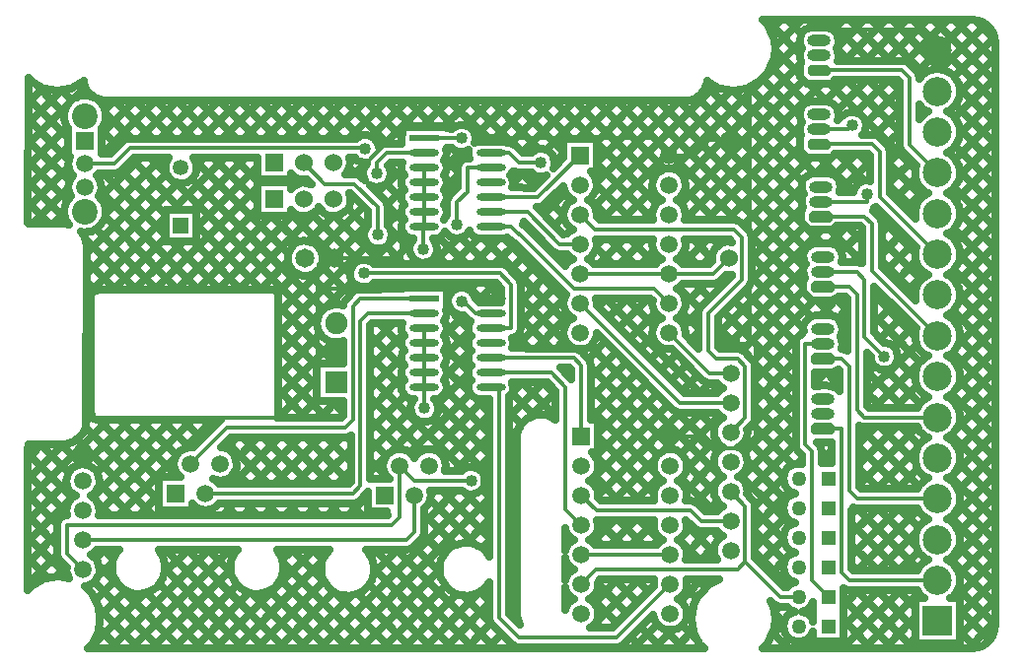
<source format=gbr>
G04 DipTrace 2.4.0.1*
%INTop.gbr*%
%MOMM*%
%ADD14C,0.33*%
%ADD15C,0.635*%
%ADD19R,1.35X1.35*%
%ADD20C,1.35*%
%ADD21C,1.65*%
%ADD22C,1.27*%
%ADD23R,1.27X1.27*%
%ADD24R,2.5X2.5*%
%ADD25C,2.5*%
%ADD26R,1.5X1.5*%
%ADD27C,1.5*%
%ADD28R,1.524X1.524*%
%ADD29C,1.524*%
%ADD30O,2.0X1.0*%
%ADD31C,1.524*%
%ADD32C,1.5*%
%ADD33C,2.2*%
%ADD34R,2.5X0.6*%
%ADD35O,2.5X0.6*%
%ADD36C,1.9*%
%ADD37R,1.9X1.9*%
%ADD38C,1.016*%
%FSLAX53Y53*%
G04*
G71*
G90*
G75*
G01*
%LNTop*%
%LPD*%
X50690Y41000D2*
D14*
X49900D1*
X49000Y41900D1*
X35800D1*
Y36360D1*
X37400D1*
X71125Y54648D2*
X72900D1*
Y37149D1*
X73400D1*
Y29300D1*
X72300Y28200D1*
X69200D1*
X68189Y29211D1*
X66085D1*
X35800Y36360D2*
Y30800D1*
X18200D1*
X15700Y28300D1*
Y27900D1*
X65985Y53343D2*
X68143D1*
X69448Y54648D1*
X71125D1*
X35800Y41900D2*
Y43000D1*
X37300Y44500D1*
X50690Y54800D2*
X64528D1*
X65985Y53343D1*
X71284Y37149D2*
X72900D1*
Y54648D2*
Y58900D1*
X75200Y61200D1*
Y63004D1*
X76372Y64175D1*
X87189D1*
X89031Y62334D1*
X37300Y44500D2*
X43000D1*
Y48100D1*
X39700Y51400D1*
Y52400D1*
X43300Y56000D1*
X49490D1*
X50690Y54800D1*
X49000Y25400D2*
X44135D1*
X42865Y26670D1*
Y22226D1*
X42205Y21566D1*
X14300D1*
Y19140D1*
X15700Y17740D1*
X55000Y52700D2*
X53100D1*
X52270Y53530D1*
X50690D1*
X44963Y47180D2*
Y48450D1*
Y49720D1*
Y50990D1*
Y52260D1*
Y33380D2*
Y34650D1*
Y35920D1*
Y37190D1*
Y38460D1*
Y35920D2*
Y31600D1*
X45000D1*
X44963Y47180D2*
X44900D1*
Y45300D1*
X24924Y26829D2*
X28037Y29942D1*
X38185D1*
X38845Y30602D1*
Y40340D1*
X39505Y41000D1*
X45000D1*
X26194Y24289D2*
X38845D1*
X39505Y24949D1*
Y39070D1*
X40165Y39730D1*
X44963D1*
X48200Y40800D2*
X48400D1*
X49400Y39800D1*
X50690D1*
Y39730D1*
X41000Y46500D2*
Y48900D1*
X39000Y50900D1*
X36440D1*
X34640Y52700D1*
X39800Y43200D2*
X51478D1*
X52435Y42243D1*
Y38460D1*
X50690D1*
X44135Y24130D2*
Y20981D1*
X43434Y20280D1*
X15700D1*
X47800Y47400D2*
Y49306D1*
X48714Y50220D1*
Y52260D1*
X50690D1*
X79663Y15392D2*
X78253Y16802D1*
Y27904D1*
X77692Y28465D1*
Y37143D1*
X79187D1*
X84462Y36079D2*
X82773Y37768D1*
Y42675D1*
X82113Y43335D1*
X79187D1*
X89031Y16834D2*
X81453D1*
X80793Y17494D1*
Y29840D1*
X79187D1*
X89031Y23834D2*
X82113D1*
X81453Y24494D1*
Y35213D1*
X80793Y35873D1*
X79187D1*
X89031Y30834D2*
X82773D1*
X82113Y31494D1*
Y41405D1*
X81453Y42065D1*
X79187D1*
X89031Y37834D2*
X83433Y43432D1*
Y47438D1*
X82773Y48098D1*
X79028D1*
X89031Y44834D2*
X84093Y49772D1*
Y53630D1*
X83433Y54290D1*
X78870D1*
X89031Y51834D2*
X86626Y54239D1*
Y59980D1*
X85966Y60640D1*
X78870D1*
X79028Y49368D2*
X83000D1*
Y50000D1*
X81700Y55900D2*
X81360Y55560D1*
X78870D1*
X71284Y34609D2*
X69479D1*
X65985Y38103D1*
X71284Y32069D2*
X66939D1*
X58365Y40643D1*
X71284Y29529D2*
X72529Y30774D1*
Y35194D1*
X71869Y35854D1*
X70039D1*
X69379Y36514D1*
Y39790D1*
X72255Y42666D1*
Y46308D1*
X71595Y46968D1*
X59660D1*
X58365Y48263D1*
X77123Y15392D2*
X75553D1*
X72529Y18416D1*
X71869Y17756D1*
X59710D1*
X58465Y16511D1*
X72529Y18416D2*
Y23204D1*
X71284Y24449D1*
Y21909D2*
X68726D1*
X67799Y22836D1*
X59760D1*
X58465Y24131D1*
X48200Y54800D2*
X45000D1*
X40900Y51800D2*
Y52700D1*
X41730Y53530D1*
X44963D1*
X66085Y16511D2*
X61502Y11928D1*
X53095D1*
X51400Y13623D1*
Y33380D1*
X50690D1*
X58465Y21591D2*
X57100Y22956D1*
Y33455D1*
X55905Y34650D1*
X50690D1*
X58465Y29211D2*
Y35260D1*
X57805Y35920D1*
X50690D1*
X65985Y40643D2*
X64740Y41888D1*
X57812D1*
X53095Y46605D1*
Y46520D1*
X52435Y47180D1*
X50690D1*
X58365Y45723D2*
X56598D1*
X53871Y48450D1*
X50690D1*
X58365Y53343D2*
X54742Y49720D1*
X50690D1*
X58365Y43183D2*
X65985D1*
X58465Y19051D2*
X66085D1*
X65985Y43183D2*
X69820D1*
X71125Y44488D1*
X39900Y53900D2*
X39843Y53957D1*
X19760D1*
X18416Y52613D1*
X15857D1*
D38*
X45000Y31600D3*
X44900Y45300D3*
X49000Y25400D3*
X55000Y52700D3*
X48200Y40800D3*
X41000Y46500D3*
X39800Y43200D3*
X47800Y47400D3*
X84462Y36079D3*
X83000Y50000D3*
X81700Y55900D3*
X48200Y54800D3*
X39900Y53900D3*
X40900Y51800D3*
X12227Y59088D2*
D15*
X11026Y57887D1*
X13848Y58912D2*
X11026Y56091D1*
X15861Y59130D2*
X15039Y58308D1*
X14262Y57530D2*
X11026Y54295D1*
X14290Y55762D2*
X11026Y52499D1*
X18303Y57979D2*
X17600Y57276D1*
X14388Y54064D2*
X11026Y50703D1*
X20099Y57979D2*
X17326Y55207D1*
X14416Y52297D2*
X11026Y48906D1*
X21895Y57979D2*
X17410Y53495D1*
X14395Y50479D2*
X11440Y47524D1*
X23691Y57979D2*
X20553Y54842D1*
X17440Y51728D2*
X17119Y51407D1*
X14044Y48333D2*
X13236Y47524D1*
X25487Y57979D2*
X22349Y54842D1*
X20583Y53075D2*
X17235Y49727D1*
X27283Y57979D2*
X24146Y54842D1*
X22379Y53075D2*
X17663Y48359D1*
X16009Y46705D2*
X15788Y46484D1*
X29079Y57979D2*
X25942Y54842D1*
X22821Y51721D2*
X16021Y44921D1*
X30875Y57979D2*
X27738Y54842D1*
X25971Y53075D2*
X25472Y52576D1*
X23824Y50928D2*
X16021Y43125D1*
X32671Y57979D2*
X29534Y54842D1*
X27767Y53075D2*
X23388Y48696D1*
X22709Y48017D2*
X16021Y41329D1*
X34467Y57979D2*
X31330Y54842D1*
X29563Y53075D2*
X25184Y48696D1*
X22709Y46221D2*
X18308Y41820D1*
X16338Y39850D2*
X16021Y39533D1*
X36263Y57979D2*
X33126Y54842D1*
X30623Y52339D2*
X25493Y47209D1*
X24189Y45905D2*
X20104Y41820D1*
X16338Y38054D2*
X16021Y37737D1*
X38059Y57979D2*
X34922Y54842D1*
X31303Y51223D2*
X31119Y51039D1*
X30658Y50578D2*
X21900Y41820D1*
X16338Y36258D2*
X16021Y35941D1*
X39855Y57979D2*
X36718Y54842D1*
X33099Y51223D2*
X32915Y51039D1*
X30658Y48782D2*
X23697Y41820D1*
X16338Y34462D2*
X16021Y34145D1*
X41651Y57979D2*
X38514Y54842D1*
X34867Y51195D2*
X34714Y51042D1*
X31752Y48080D2*
X25493Y41820D1*
X16338Y32666D2*
X16021Y32349D1*
X12150Y28478D2*
X11026Y27354D1*
X43447Y57979D2*
X40471Y55003D1*
X33808Y48340D2*
X27289Y41820D1*
X16366Y30898D2*
X16021Y30553D1*
X13946Y28478D2*
X11026Y25558D1*
X45244Y57979D2*
X41671Y54407D1*
X39940Y52675D2*
X39047Y51783D1*
X35983Y48718D2*
X29085Y41820D1*
X17833Y30569D2*
X11026Y23762D1*
X47040Y57979D2*
X44877Y55817D1*
X38845Y49785D2*
X38697Y49637D1*
X37140Y48080D2*
X35076Y46016D1*
X33239Y44179D2*
X30881Y41820D1*
X19629Y30569D2*
X15881Y26821D1*
X14241Y25180D2*
X11026Y21966D1*
X48836Y57979D2*
X46673Y55817D1*
X42998Y52142D2*
X41019Y50162D1*
X39743Y48887D2*
X36122Y45265D1*
X33997Y43141D2*
X32438Y41582D1*
X21425Y30569D2*
X16975Y26119D1*
X14942Y24086D2*
X11026Y20170D1*
X50632Y57979D2*
X48617Y55964D1*
X43118Y50465D2*
X41846Y49194D1*
X40115Y47463D2*
X32508Y39856D1*
X23221Y30569D2*
X16632Y23979D1*
X13420Y20767D2*
X11026Y18374D1*
X52428Y57979D2*
X49417Y54968D1*
X48029Y53580D2*
X46919Y52471D1*
X43005Y48557D2*
X41882Y47433D1*
X40094Y45646D2*
X32508Y38060D1*
X25017Y30569D2*
X17158Y22709D1*
X13427Y18978D2*
X11026Y16578D1*
X54224Y57979D2*
X50792Y54547D1*
X47832Y51588D2*
X46807Y50562D1*
X43055Y46810D2*
X40485Y44241D1*
X38761Y42516D2*
X36528Y40284D1*
X36018Y39773D2*
X32508Y36264D1*
X26813Y30569D2*
X24440Y28196D1*
X23558Y27313D2*
X18694Y22450D1*
X14205Y17961D2*
X13432Y17188D1*
X56020Y57979D2*
X52440Y54400D1*
X43777Y45737D2*
X42120Y44080D1*
X36004Y37963D2*
X32508Y34468D1*
X22190Y24149D2*
X20490Y22450D1*
X17440Y19399D2*
X16793Y18752D1*
X57816Y57979D2*
X53458Y53621D1*
X44149Y44313D2*
X43917Y44080D1*
X42157Y42320D2*
X41720Y41884D1*
X37091Y37255D2*
X32508Y32672D1*
X28897Y29060D2*
X28032Y28196D1*
X22660Y22823D2*
X22286Y22450D1*
X18205Y18368D2*
X17046Y17209D1*
X16233Y16397D2*
X16035Y16198D1*
X59612Y57979D2*
X55478Y53846D1*
X53452Y51819D2*
X52658Y51025D1*
X47811Y46179D2*
X45712Y44080D1*
X43953Y42320D2*
X43650Y42017D1*
X37961Y36328D2*
X37118Y35485D1*
X35730Y34097D2*
X32459Y30827D1*
X30693Y29060D2*
X28881Y27249D1*
X24456Y22823D2*
X24082Y22450D1*
X18436Y16803D2*
X16800Y15167D1*
X61408Y57979D2*
X58242Y54814D1*
X56897Y53468D2*
X56222Y52793D1*
X54904Y51476D2*
X54033Y50604D1*
X49593Y46165D2*
X47508Y44080D1*
X45749Y42320D2*
X45446Y42017D1*
X42276Y38847D2*
X40387Y36959D1*
X35730Y32301D2*
X34255Y30827D1*
X32489Y29060D2*
X28601Y25172D1*
X26252Y22823D2*
X25878Y22450D1*
X22828Y19399D2*
X22507Y19078D1*
X19334Y15905D2*
X17186Y13757D1*
X63204Y57979D2*
X59835Y54610D1*
X51389Y46165D2*
X49304Y44080D1*
X47545Y42320D2*
X46968Y41743D1*
X43139Y37914D2*
X40387Y35162D1*
X37379Y32154D2*
X36051Y30827D1*
X34285Y29060D2*
X30397Y25172D1*
X28630Y23405D2*
X27674Y22450D1*
X24624Y19399D2*
X22742Y17518D1*
X20892Y15667D2*
X16246Y11021D1*
X65000Y57979D2*
X59835Y52814D1*
X57079Y50058D2*
X55310Y48289D1*
X52722Y45702D2*
X51100Y44080D1*
X49341Y42320D2*
X48869Y41849D1*
X47152Y40131D2*
X46919Y39898D1*
X42998Y35978D2*
X40387Y33366D1*
X36081Y29060D2*
X32193Y25172D1*
X30426Y23405D2*
X29471Y22450D1*
X26420Y19399D2*
X18042Y11021D1*
X66796Y57979D2*
X59821Y51004D1*
X56904Y48087D2*
X56208Y47391D1*
X53620Y44804D2*
X52384Y43567D1*
X51109Y42292D2*
X49648Y40831D1*
X48373Y39556D2*
X46729Y37913D1*
X43062Y34245D2*
X40387Y31570D1*
X37877Y29060D2*
X33989Y25172D1*
X32222Y23405D2*
X31267Y22450D1*
X28216Y19399D2*
X19838Y11021D1*
X75587Y64974D2*
X74737Y64124D1*
X69876Y59263D2*
X59639Y49026D1*
X57605Y46993D2*
X57218Y46605D1*
X54518Y43906D2*
X53247Y42634D1*
X51551Y40938D2*
X51364Y40751D1*
X48758Y38146D2*
X46884Y36271D1*
X43272Y32659D2*
X40387Y29774D1*
X38621Y28008D2*
X35785Y25172D1*
X34018Y23405D2*
X33063Y22450D1*
X28321Y17708D2*
X21634Y11021D1*
X77383Y64974D2*
X75123Y62714D1*
X71286Y58877D2*
X60263Y47854D1*
X57205Y44797D2*
X56692Y44283D1*
X55416Y43008D2*
X53317Y40908D1*
X48941Y36532D2*
X46912Y34503D1*
X43791Y31382D2*
X40387Y27978D1*
X38621Y26212D2*
X37581Y25172D1*
X35814Y23405D2*
X34859Y22450D1*
X28848Y16439D2*
X23430Y11021D1*
X79179Y64974D2*
X78602Y64397D1*
X77166Y62961D2*
X66423Y52218D1*
X64572Y50367D2*
X62059Y47854D1*
X60292Y46088D2*
X59828Y45623D1*
X56314Y42110D2*
X53317Y39112D1*
X48723Y34518D2*
X46182Y31977D1*
X44626Y30421D2*
X42064Y27859D1*
X41672Y27468D2*
X40387Y26182D1*
X37610Y23405D2*
X36655Y22450D1*
X33604Y19399D2*
X32852Y18647D1*
X29928Y15723D2*
X25226Y11021D1*
X80975Y64974D2*
X80146Y64145D1*
X77299Y61298D2*
X67356Y51355D1*
X64558Y48557D2*
X63855Y47854D1*
X62089Y46088D2*
X60067Y44066D1*
X56939Y40938D2*
X52805Y36804D1*
X48850Y32849D2*
X43811Y27810D1*
X40129Y24128D2*
X38451Y22450D1*
X35400Y19399D2*
X27022Y11021D1*
X82771Y64974D2*
X80419Y62622D1*
X77509Y59712D2*
X67075Y49278D1*
X63885Y46088D2*
X61863Y44066D1*
X57353Y39556D2*
X54601Y36804D1*
X50162Y32365D2*
X45874Y28076D1*
X40459Y22662D2*
X40245Y22448D1*
X36193Y18396D2*
X28818Y11021D1*
X84567Y64974D2*
X81114Y61521D1*
X79018Y59425D2*
X67447Y47854D1*
X64656Y45063D2*
X63659Y44066D1*
X60601Y41008D2*
X59940Y40347D1*
X57037Y37444D2*
X56397Y36804D1*
X53361Y33768D2*
X52518Y32924D1*
X50519Y30926D2*
X46786Y27192D1*
X36326Y16733D2*
X30614Y11021D1*
X86363Y64974D2*
X82910Y61521D1*
X81151Y59761D2*
X79437Y58048D1*
X77187Y55797D2*
X69243Y47854D1*
X62397Y41008D2*
X60838Y39449D1*
X55157Y33768D2*
X52279Y30890D1*
X50519Y29130D2*
X47670Y26280D1*
X45910Y24521D2*
X45603Y24214D1*
X40788Y19399D2*
X40401Y19012D1*
X37182Y15793D2*
X32410Y11021D1*
X88159Y64974D2*
X84706Y61521D1*
X82947Y59761D2*
X80504Y57318D1*
X77151Y53966D2*
X71039Y47854D1*
X69273Y46088D2*
X67251Y44066D1*
X64193Y41008D2*
X61736Y38551D1*
X60461Y37276D2*
X59091Y35906D1*
X56216Y33031D2*
X54033Y30848D1*
X53150Y29965D2*
X52279Y29094D1*
X50519Y27334D2*
X49648Y26463D1*
X47706Y24521D2*
X45018Y21832D1*
X42585Y19399D2*
X40710Y17525D1*
X38670Y15484D2*
X34206Y11021D1*
X89955Y64974D2*
X86404Y61423D1*
X84743Y59761D2*
X82061Y57080D1*
X78057Y53075D2*
X72407Y47426D1*
X71069Y46088D2*
X70930Y45949D1*
X69666Y44684D2*
X69047Y44066D1*
X67280Y42299D2*
X66837Y41856D1*
X64769Y39787D2*
X62634Y37653D1*
X61359Y36378D2*
X59351Y34370D1*
X56216Y31235D2*
X55906Y30925D1*
X52877Y27895D2*
X52279Y27298D1*
X50519Y25538D2*
X50202Y25221D1*
X49179Y24198D2*
X36002Y11021D1*
X91751Y64974D2*
X87323Y60546D1*
X85746Y58969D2*
X82910Y56133D1*
X80007Y53230D2*
X78630Y51853D1*
X77313Y50536D2*
X73137Y46360D1*
X69076Y42299D2*
X67454Y40677D1*
X64544Y37767D2*
X63532Y36755D1*
X62257Y35480D2*
X59351Y32574D1*
X52877Y26099D2*
X52279Y25502D1*
X50519Y23742D2*
X37798Y11021D1*
X93141Y64567D2*
X89358Y60784D1*
X85746Y57173D2*
X83710Y55137D1*
X81978Y53405D2*
X80230Y51657D1*
X77411Y48838D2*
X73137Y44564D1*
X68522Y39949D2*
X67321Y38748D1*
X65344Y36770D2*
X64430Y35857D1*
X63155Y34582D2*
X59351Y30778D1*
X52877Y24303D2*
X52279Y23706D1*
X50519Y21946D2*
X48673Y20099D1*
X46261Y17687D2*
X39594Y11021D1*
X93883Y63514D2*
X90521Y60152D1*
X87716Y57347D2*
X87511Y57142D1*
X85745Y55375D2*
X84684Y54314D1*
X83212Y52842D2*
X80685Y50315D1*
X77599Y47230D2*
X73136Y42766D1*
X68500Y38130D2*
X67867Y37497D1*
X66591Y36222D2*
X65327Y34958D1*
X64052Y33682D2*
X59932Y29563D1*
X52875Y22506D2*
X52285Y21915D1*
X50518Y20149D2*
X49998Y19628D1*
X46723Y16353D2*
X41389Y11020D1*
X93974Y61809D2*
X90998Y58833D1*
X85892Y53726D2*
X84978Y52813D1*
X79044Y46879D2*
X70259Y38094D1*
X67489Y35324D2*
X66225Y34060D1*
X64950Y32784D2*
X59686Y27521D1*
X52875Y20710D2*
X52285Y20119D1*
X47761Y15595D2*
X43185Y11020D1*
X93974Y60013D2*
X90563Y56602D1*
X86776Y52814D2*
X84978Y51017D1*
X81177Y47216D2*
X79780Y45818D1*
X77494Y43532D2*
X70701Y36740D1*
X68387Y34426D2*
X67123Y33162D1*
X65848Y31886D2*
X59315Y25353D1*
X52875Y18914D2*
X52285Y18323D1*
X49838Y15876D2*
X44981Y11020D1*
X93974Y58217D2*
X90991Y55233D1*
X87113Y51355D2*
X85449Y49691D1*
X84173Y48415D2*
X83954Y48197D1*
X82552Y46795D2*
X80825Y45068D1*
X77473Y41715D2*
X72364Y36606D1*
X69482Y33724D2*
X68709Y32951D1*
X66942Y31185D2*
X59932Y24174D1*
X52875Y17118D2*
X52285Y16527D1*
X50518Y14761D2*
X46777Y11020D1*
X93974Y56421D2*
X90605Y53052D1*
X87814Y50261D2*
X86347Y48793D1*
X85071Y47517D2*
X84319Y46765D1*
X82552Y44999D2*
X81772Y44219D1*
X78399Y40845D2*
X73262Y35708D1*
X68738Y31185D2*
X65580Y28026D1*
X64725Y27172D2*
X61272Y23718D1*
X52875Y15322D2*
X52285Y14731D1*
X50658Y13105D2*
X48573Y11020D1*
X93974Y54624D2*
X90984Y51634D1*
X85969Y46619D2*
X84319Y44969D1*
X80532Y41182D2*
X78980Y39630D1*
X77494Y38144D2*
X73409Y34060D1*
X70303Y30953D2*
X67102Y27752D1*
X65006Y25656D2*
X63068Y23718D1*
X61301Y21952D2*
X59483Y20133D1*
X57380Y18030D2*
X57128Y17779D1*
X51549Y12200D2*
X50369Y11020D1*
X93974Y52828D2*
X90640Y49495D1*
X86867Y45721D2*
X84642Y43496D1*
X81233Y40088D2*
X80495Y39350D1*
X76806Y35661D2*
X73409Y32264D1*
X69973Y28827D2*
X67509Y26363D1*
X63097Y21952D2*
X61076Y19930D1*
X52447Y11302D2*
X52165Y11020D1*
X93974Y51032D2*
X90963Y48021D1*
X87155Y44213D2*
X85540Y42598D1*
X84264Y41322D2*
X83652Y40711D1*
X81233Y38292D2*
X80734Y37792D1*
X76806Y33865D2*
X72736Y29794D1*
X69819Y26877D2*
X67502Y24560D1*
X64627Y21685D2*
X62872Y19930D1*
X93974Y49236D2*
X90675Y45937D1*
X87926Y43189D2*
X86438Y41700D1*
X85162Y40424D2*
X83652Y38915D1*
X79395Y34657D2*
X78573Y33835D1*
X76806Y32069D2*
X72532Y27795D1*
X70478Y25740D2*
X68316Y23578D1*
X65160Y20422D2*
X64668Y19930D1*
X61610Y16872D2*
X59630Y14892D1*
X93974Y47440D2*
X90942Y44408D1*
X86060Y39526D2*
X84172Y37638D1*
X80574Y34040D2*
X80081Y33548D1*
X76806Y30273D2*
X72175Y25641D1*
X70092Y23558D2*
X69326Y22792D1*
X67945Y21412D2*
X66857Y20323D1*
X63406Y16872D2*
X59343Y12809D1*
X93974Y45644D2*
X90717Y42387D1*
X86958Y38628D2*
X85315Y36985D1*
X83556Y35226D2*
X82993Y34663D1*
X76806Y28476D2*
X72750Y24420D1*
X69356Y21026D2*
X67544Y19214D1*
X64627Y16297D2*
X61139Y12809D1*
X93974Y43848D2*
X90900Y40774D1*
X87204Y37078D2*
X82993Y32867D1*
X77368Y27242D2*
X77023Y26897D1*
X75775Y25649D2*
X73409Y23283D1*
X69882Y19756D2*
X68765Y18639D1*
X93974Y42052D2*
X90745Y38823D1*
X88039Y36117D2*
X83638Y31716D1*
X79907Y27985D2*
X79134Y27212D1*
X76343Y24421D2*
X73409Y21487D1*
X68794Y16872D2*
X67032Y15110D1*
X64943Y13021D2*
X62942Y11020D1*
X93974Y40256D2*
X90844Y37126D1*
X87225Y33507D2*
X85434Y31716D1*
X83668Y29950D2*
X82333Y28615D1*
X75979Y22260D2*
X73409Y19691D1*
X67981Y14262D2*
X67537Y13819D1*
X66234Y12515D2*
X64738Y11020D1*
X93974Y38460D2*
X90781Y35266D1*
X88095Y32581D2*
X87951Y32437D1*
X87421Y31907D2*
X87228Y31713D1*
X85464Y29950D2*
X82333Y26819D1*
X75782Y20268D2*
X73865Y18351D1*
X68002Y12487D2*
X66534Y11020D1*
X93974Y36664D2*
X90759Y33449D1*
X87260Y29950D2*
X82333Y25023D1*
X76547Y19237D2*
X74763Y17453D1*
X68591Y11281D2*
X68337Y11027D1*
X93974Y34868D2*
X90809Y31702D1*
X87281Y28175D2*
X83821Y24715D1*
X82061Y22955D2*
X81674Y22568D1*
X76112Y17006D2*
X75661Y16555D1*
X93974Y33072D2*
X90563Y29661D1*
X90205Y29303D2*
X89981Y29078D1*
X87288Y26386D2*
X85617Y24715D1*
X83857Y22955D2*
X81674Y20772D1*
X75417Y14515D2*
X75051Y14149D1*
X93974Y31276D2*
X90844Y28145D1*
X85653Y22955D2*
X81674Y18976D1*
X75803Y13105D2*
X74813Y12114D1*
X93974Y29480D2*
X90037Y25542D1*
X87323Y22829D2*
X82214Y17720D1*
X76273Y11779D2*
X75514Y11020D1*
X93974Y27684D2*
X90865Y24574D1*
X87148Y20857D2*
X84010Y17720D1*
X82244Y15953D2*
X81015Y14724D1*
X78308Y12017D2*
X77310Y11020D1*
X93974Y25888D2*
X90093Y22007D1*
X87358Y19272D2*
X85806Y17720D1*
X84040Y15953D2*
X81015Y12928D1*
X79585Y11498D2*
X79106Y11020D1*
X93974Y24092D2*
X90893Y21010D1*
X85836Y15953D2*
X80902Y11020D1*
X93974Y22296D2*
X90149Y18471D1*
X87393Y15715D2*
X82698Y11020D1*
X93974Y20500D2*
X90914Y17439D1*
X87064Y13589D2*
X84494Y11020D1*
X93974Y18703D2*
X90570Y15299D1*
X87064Y11793D2*
X86290Y11020D1*
X93974Y16907D2*
X90998Y13931D1*
X88432Y11365D2*
X88086Y11020D1*
X93974Y15111D2*
X90998Y12135D1*
X90228Y11365D2*
X89883Y11020D1*
X93974Y13315D2*
X91679Y11020D1*
X92317Y64932D2*
X93932Y63317D1*
X90479Y64974D2*
X93974Y61479D1*
X88683Y64974D2*
X93974Y59683D1*
X86887Y64974D2*
X93974Y57887D1*
X85091Y64974D2*
X89288Y60777D1*
X90977Y59088D2*
X93974Y56091D1*
X83295Y64974D2*
X87842Y60426D1*
X90619Y57650D2*
X93974Y54295D1*
X81499Y64974D2*
X84952Y61521D1*
X90991Y55482D2*
X93974Y52499D1*
X79703Y64974D2*
X83156Y61521D1*
X84915Y59761D2*
X85745Y58932D1*
X87511Y57165D2*
X87793Y56883D1*
X90584Y54093D2*
X93974Y50703D1*
X77906Y64974D2*
X78483Y64397D1*
X80432Y62448D2*
X81360Y61521D1*
X83119Y59761D2*
X85745Y57136D1*
X90998Y51883D2*
X93974Y48906D1*
X76110Y64974D2*
X77298Y63787D1*
X81323Y59761D2*
X85745Y55340D1*
X90542Y50543D2*
X93974Y47110D1*
X74314Y64974D2*
X77164Y62124D1*
X79843Y59446D2*
X87092Y52197D1*
X90998Y48290D2*
X93974Y45314D1*
X75135Y62357D2*
X77157Y60335D1*
X78061Y59432D2*
X79451Y58041D1*
X80580Y56913D2*
X80770Y56722D1*
X84978Y52514D2*
X87695Y49797D1*
X90500Y46993D2*
X93974Y43518D1*
X74763Y60933D2*
X77782Y57915D1*
X82291Y53405D2*
X83212Y52485D1*
X84978Y50718D2*
X87078Y48619D1*
X90998Y44698D2*
X93974Y41722D1*
X74013Y59888D2*
X77157Y56743D1*
X80495Y53405D2*
X82700Y51201D1*
X90451Y43450D2*
X93974Y39926D1*
X72939Y59165D2*
X77220Y54884D1*
X79029Y53075D2*
X81802Y50303D1*
X83491Y48613D2*
X87071Y45034D1*
X90991Y41113D2*
X93974Y38130D1*
X71445Y58863D2*
X78455Y51853D1*
X84319Y45989D2*
X87597Y42711D1*
X90409Y39900D2*
X93974Y36334D1*
X69207Y59305D2*
X77396Y51116D1*
X81295Y47217D2*
X82552Y45960D1*
X84319Y44193D2*
X87064Y41449D1*
X90984Y37528D2*
X93974Y34538D1*
X68421Y58295D2*
X77312Y49405D1*
X79836Y46880D2*
X82552Y44164D1*
X90360Y36357D2*
X93974Y32742D1*
X66941Y57979D2*
X79101Y45820D1*
X83652Y41268D2*
X87064Y37857D1*
X90970Y33950D2*
X93974Y30946D1*
X65145Y57979D2*
X77733Y45392D1*
X83652Y39472D2*
X87513Y35611D1*
X90310Y32814D2*
X93974Y29150D1*
X63349Y57979D2*
X77543Y43785D1*
X80362Y40966D2*
X81233Y40095D1*
X85638Y35690D2*
X87064Y34264D1*
X90956Y30372D2*
X93974Y27354D1*
X61553Y57979D2*
X71692Y47840D1*
X73122Y46410D2*
X77473Y42059D1*
X78685Y40847D2*
X79942Y39589D1*
X80867Y38665D2*
X81233Y38299D1*
X84670Y34862D2*
X87470Y32061D1*
X90261Y29271D2*
X93974Y25558D1*
X59757Y57979D2*
X65525Y52211D1*
X67390Y50346D2*
X69882Y47854D1*
X73136Y44600D2*
X78196Y39540D1*
X80881Y36855D2*
X81029Y36707D1*
X82993Y34743D2*
X86018Y31718D1*
X90935Y26801D2*
X93974Y23762D1*
X57961Y57979D2*
X64606Y51334D1*
X67418Y48522D2*
X68086Y47854D1*
X69852Y46088D2*
X70240Y45700D1*
X73136Y42804D2*
X77473Y38467D1*
X82993Y32947D2*
X84222Y31718D1*
X85989Y29951D2*
X87428Y28511D1*
X90205Y25735D2*
X93974Y21966D1*
X56164Y57979D2*
X59330Y54814D1*
X59834Y54310D2*
X64887Y49257D1*
X68056Y46088D2*
X69643Y44501D1*
X72504Y41639D2*
X76820Y37323D1*
X79485Y34659D2*
X80574Y33570D1*
X84193Y29951D2*
X87092Y27052D1*
X90914Y23230D2*
X93974Y20170D1*
X54368Y57979D2*
X57534Y54814D1*
X59834Y52514D2*
X64494Y47854D1*
X67306Y45042D2*
X68282Y44066D1*
X70028Y42320D2*
X70331Y42017D1*
X71606Y40741D2*
X76806Y35541D1*
X78573Y33775D2*
X78750Y33598D1*
X82333Y30014D2*
X87393Y24954D1*
X90149Y22199D2*
X93974Y18374D1*
X52572Y57979D2*
X56896Y53656D1*
X59834Y50718D2*
X62698Y47854D1*
X68253Y42299D2*
X69433Y41119D1*
X70708Y39843D2*
X76806Y33745D1*
X82333Y28218D2*
X85836Y24716D1*
X90893Y19659D2*
X93974Y16578D1*
X50776Y57979D2*
X54833Y53923D1*
X59188Y49567D2*
X60902Y47854D1*
X62668Y46088D2*
X64690Y44066D1*
X66807Y41948D2*
X68570Y40186D1*
X70259Y38496D2*
X72050Y36706D1*
X73381Y35374D2*
X76806Y31949D1*
X82333Y26422D2*
X84040Y24716D1*
X85806Y22949D2*
X87358Y21397D1*
X90093Y18663D2*
X93974Y14781D1*
X48980Y57979D2*
X52686Y54274D1*
X56628Y50332D2*
X57492Y49468D1*
X60872Y46088D2*
X62894Y44066D1*
X67186Y39773D2*
X68500Y38460D1*
X73409Y33550D2*
X76806Y30153D1*
X79134Y27825D2*
X79907Y27052D1*
X84010Y22949D2*
X87148Y19812D1*
X90865Y16095D2*
X93960Y12999D1*
X47184Y57979D2*
X50616Y54547D1*
X53344Y51819D2*
X54454Y50710D1*
X55729Y49434D2*
X56896Y48268D1*
X59799Y45365D2*
X61098Y44066D1*
X64155Y41008D2*
X64522Y40642D1*
X73409Y31754D2*
X76827Y28336D1*
X82214Y22949D2*
X87323Y17840D1*
X90998Y14166D2*
X93448Y11716D1*
X45388Y57979D2*
X47522Y55845D1*
X62359Y41008D2*
X64641Y38727D1*
X69642Y33726D2*
X70240Y33128D1*
X73199Y30169D2*
X76568Y26800D1*
X81674Y21693D2*
X85653Y17714D1*
X90998Y12369D2*
X92290Y11077D1*
X43592Y57979D2*
X45754Y55817D1*
X47963Y53608D2*
X48455Y53116D1*
X56733Y44839D2*
X57323Y44248D1*
X60563Y41008D2*
X68619Y32952D1*
X72638Y28934D2*
X75782Y25789D1*
X81674Y19897D2*
X83857Y17714D1*
X85617Y15955D2*
X87064Y14508D1*
X90205Y11366D2*
X90550Y11021D1*
X41796Y57979D2*
X43958Y55817D1*
X46791Y52984D2*
X47831Y51944D1*
X68589Y31186D2*
X69861Y29915D1*
X72750Y27026D2*
X75993Y23783D1*
X81674Y18101D2*
X82061Y17714D1*
X83821Y15955D2*
X87064Y12712D1*
X88409Y11366D2*
X88754Y11021D1*
X40000Y57979D2*
X43032Y54947D1*
X46925Y51055D2*
X47600Y50380D1*
X51808Y46172D2*
X56945Y41035D1*
X66765Y31214D2*
X70099Y27880D1*
X72175Y25805D2*
X76364Y21615D1*
X82025Y15955D2*
X86958Y11021D1*
X38204Y57979D2*
X41769Y54414D1*
X50019Y46165D2*
X57183Y39000D1*
X59265Y36918D2*
X70485Y25698D1*
X73409Y22774D2*
X75775Y20408D1*
X81015Y15169D2*
X85162Y11021D1*
X36408Y57979D2*
X39370Y55017D1*
X41929Y52458D2*
X43046Y51341D1*
X48166Y46221D2*
X50308Y44080D1*
X53316Y41071D2*
X57583Y36804D1*
X59350Y35038D2*
X66269Y28119D1*
X67537Y26850D2*
X69819Y24569D1*
X73409Y20978D2*
X75880Y18507D1*
X81015Y13373D2*
X83366Y11021D1*
X34612Y57979D2*
X37749Y54842D1*
X41726Y50865D2*
X43011Y49580D1*
X46349Y46242D2*
X48512Y44080D1*
X50271Y42320D2*
X51549Y41042D1*
X53316Y39275D2*
X55787Y36804D1*
X59350Y33242D2*
X64957Y27634D1*
X67053Y25538D2*
X69798Y22794D1*
X73409Y19182D2*
X76189Y16402D1*
X78131Y14460D2*
X78313Y14278D1*
X81015Y11577D2*
X81570Y11021D1*
X32816Y57979D2*
X35953Y54842D1*
X38590Y52205D2*
X39012Y51783D1*
X41880Y48915D2*
X43109Y47686D1*
X46020Y44776D2*
X46716Y44080D1*
X48475Y42320D2*
X50048Y40747D1*
X53021Y37774D2*
X53991Y36804D1*
X59350Y31445D2*
X64837Y25958D1*
X69768Y21027D2*
X70310Y20485D1*
X79296Y11499D2*
X79774Y11021D1*
X31020Y57979D2*
X34157Y54842D1*
X42161Y46838D2*
X43678Y45321D1*
X46679Y42320D2*
X47319Y41680D1*
X55231Y33768D2*
X56215Y32784D1*
X59932Y29067D2*
X64634Y24365D1*
X67551Y21448D2*
X69840Y19159D1*
X75079Y13920D2*
X75803Y13196D1*
X77465Y11535D2*
X77978Y11021D1*
X29224Y57979D2*
X32361Y54842D1*
X38471Y48732D2*
X39987Y47216D1*
X41719Y45484D2*
X43123Y44080D1*
X44883Y42320D2*
X45186Y42017D1*
X46967Y40236D2*
X48722Y38481D1*
X53435Y33768D2*
X56215Y30988D1*
X59462Y27741D2*
X63483Y23720D1*
X66871Y20332D2*
X68563Y18640D1*
X74939Y12264D2*
X76182Y11021D1*
X27428Y57979D2*
X30565Y54842D1*
X34030Y51377D2*
X34389Y51018D1*
X37327Y48080D2*
X41327Y44080D1*
X43087Y42320D2*
X43390Y42017D1*
X46925Y38482D2*
X48890Y36517D1*
X52537Y32870D2*
X54370Y31037D1*
X59644Y25763D2*
X61687Y23720D1*
X63454Y21953D2*
X65181Y20226D1*
X68533Y16874D2*
X69138Y16269D1*
X25632Y57979D2*
X28769Y54842D1*
X32388Y51223D2*
X32572Y51039D1*
X35377Y48234D2*
X39286Y44325D1*
X41291Y42320D2*
X41727Y41884D1*
X46847Y36763D2*
X48736Y34875D1*
X52285Y31326D2*
X53303Y30308D1*
X61658Y21953D2*
X63680Y19931D1*
X67509Y16102D2*
X68338Y15273D1*
X23836Y57979D2*
X26973Y54842D1*
X28740Y53075D2*
X30776Y51039D1*
X33623Y48192D2*
X38577Y43238D1*
X46868Y34946D2*
X48827Y32988D1*
X49352Y32463D2*
X50518Y31297D1*
X52285Y29530D2*
X52875Y28939D1*
X59876Y21939D2*
X61884Y19931D1*
X67495Y14320D2*
X67910Y13905D1*
X22039Y57979D2*
X25177Y54842D1*
X26944Y53075D2*
X30663Y49355D1*
X31939Y48080D2*
X34108Y45911D1*
X36176Y43842D2*
X38626Y41393D1*
X41172Y38847D2*
X43025Y36994D1*
X46904Y33115D2*
X50518Y29501D1*
X52285Y27734D2*
X52875Y27143D1*
X59497Y20522D2*
X60088Y19931D1*
X63145Y16874D2*
X64157Y15862D1*
X67116Y12903D2*
X68479Y11540D1*
X20243Y57979D2*
X23381Y54842D1*
X25337Y52886D2*
X33273Y44950D1*
X35208Y43015D2*
X37693Y40530D1*
X40386Y37837D2*
X43095Y35127D1*
X46055Y32168D2*
X50518Y27705D1*
X52285Y25938D2*
X52875Y25347D1*
X61349Y16874D2*
X63259Y14964D1*
X64534Y13688D2*
X64710Y13512D1*
X65629Y12594D2*
X67202Y11021D1*
X18447Y57979D2*
X21585Y54842D1*
X25112Y51314D2*
X36276Y40151D1*
X40386Y36041D2*
X42997Y33430D1*
X45788Y30639D2*
X50518Y25909D1*
X52285Y24142D2*
X52875Y23551D1*
X59932Y16495D2*
X62361Y14066D1*
X63636Y12790D2*
X65406Y11021D1*
X15285Y59346D2*
X16128Y58503D1*
X17649Y56982D2*
X19790Y54841D1*
X21557Y53074D2*
X22814Y51817D1*
X23612Y51018D2*
X35730Y38901D1*
X37398Y37232D2*
X37961Y36670D1*
X40387Y34244D2*
X48246Y26384D1*
X49985Y24646D2*
X50519Y24111D1*
X52279Y22352D2*
X52877Y21754D1*
X59330Y15301D2*
X61464Y13167D1*
X62740Y11891D2*
X63611Y11020D1*
X13923Y58911D2*
X14697Y58138D1*
X17326Y55508D2*
X18682Y54153D1*
X19957Y52878D2*
X24140Y48695D1*
X25493Y47342D2*
X31015Y41819D1*
X32508Y40326D2*
X37344Y35491D1*
X40387Y32447D2*
X44809Y28026D1*
X48554Y24281D2*
X50519Y22315D1*
X52279Y20556D2*
X52877Y19958D1*
X57127Y15708D2*
X57633Y15201D1*
X59695Y13140D2*
X60026Y12809D1*
X11580Y59458D2*
X14051Y56987D1*
X17326Y53712D2*
X17540Y53499D1*
X19059Y51980D2*
X22709Y48330D1*
X25128Y45911D2*
X29219Y41819D1*
X32508Y38530D2*
X35730Y35309D1*
X40387Y30651D2*
X42900Y28138D1*
X46519Y24520D2*
X50519Y20519D1*
X52279Y18760D2*
X52877Y18162D1*
X11026Y58217D2*
X14388Y54855D1*
X17509Y51734D2*
X22709Y46534D1*
X23332Y45911D2*
X27423Y41819D1*
X32508Y36734D2*
X35730Y33512D1*
X37090Y32153D2*
X37961Y31281D1*
X40387Y28855D2*
X41679Y27563D1*
X45551Y23692D2*
X49271Y19972D1*
X52279Y16964D2*
X52877Y16366D1*
X11026Y56421D2*
X14437Y53009D1*
X17270Y50176D2*
X25627Y41819D1*
X32508Y34938D2*
X36621Y30825D1*
X38374Y29073D2*
X38621Y28826D1*
X40387Y27059D2*
X41848Y25599D1*
X45018Y22429D2*
X47566Y19881D1*
X52279Y15167D2*
X52877Y14570D1*
X11026Y54624D2*
X14486Y51164D1*
X17621Y48030D2*
X23831Y41819D1*
X32508Y33142D2*
X34825Y30825D1*
X36592Y29059D2*
X38621Y27030D1*
X44976Y20675D2*
X46612Y19039D1*
X49837Y15813D2*
X50519Y15131D1*
X11026Y52828D2*
X14325Y49530D1*
X16870Y46984D2*
X22035Y41819D1*
X32508Y31346D2*
X33029Y30825D1*
X34796Y29059D2*
X38571Y25283D1*
X39840Y24014D2*
X40129Y23725D1*
X41194Y22660D2*
X41403Y22451D1*
X44141Y19714D2*
X46268Y17587D1*
X48378Y15476D2*
X50674Y13181D1*
X52651Y11204D2*
X52832Y11022D1*
X11026Y51032D2*
X14170Y47888D1*
X15874Y46184D2*
X20239Y41819D1*
X32999Y29059D2*
X36888Y25171D1*
X38654Y23404D2*
X39610Y22449D1*
X42660Y19398D2*
X51039Y11020D1*
X11026Y49236D2*
X12739Y47523D1*
X16021Y44241D2*
X18443Y41819D1*
X31203Y29059D2*
X35092Y25171D1*
X36858Y23404D2*
X37814Y22449D1*
X40864Y19398D2*
X49243Y11020D1*
X16021Y42445D2*
X16675Y41791D1*
X29407Y29059D2*
X33296Y25171D1*
X35062Y23404D2*
X36018Y22449D1*
X40731Y17735D2*
X47446Y11020D1*
X16021Y40649D2*
X16338Y40332D1*
X26103Y30567D2*
X26743Y29927D1*
X28018Y28652D2*
X31500Y25171D1*
X33266Y23404D2*
X34222Y22449D1*
X40289Y16381D2*
X45650Y11020D1*
X16021Y38853D2*
X16338Y38536D1*
X24307Y30567D2*
X25845Y29029D1*
X28762Y26112D2*
X29703Y25171D1*
X31470Y23404D2*
X32426Y22449D1*
X35476Y19398D2*
X36242Y18632D1*
X39265Y15609D2*
X43854Y11020D1*
X16021Y37057D2*
X16338Y36740D1*
X22511Y30567D2*
X24785Y28293D1*
X27703Y25376D2*
X27905Y25173D1*
X29674Y23404D2*
X30630Y22449D1*
X33680Y19398D2*
X36418Y16660D1*
X37293Y15785D2*
X42058Y11020D1*
X16021Y35261D2*
X16338Y34944D1*
X20715Y30567D2*
X23663Y27619D1*
X27878Y23404D2*
X28833Y22449D1*
X32901Y18381D2*
X40262Y11020D1*
X16021Y33465D2*
X16338Y33148D1*
X18919Y30567D2*
X23726Y25760D1*
X26615Y22871D2*
X27037Y22449D1*
X32677Y16809D2*
X38466Y11020D1*
X16021Y31669D2*
X16338Y31352D1*
X17123Y30567D2*
X22190Y25500D1*
X24868Y22822D2*
X25241Y22449D1*
X28292Y19398D2*
X28602Y19088D1*
X31786Y15904D2*
X36670Y11020D1*
X15958Y29936D2*
X22190Y23704D1*
X23072Y22822D2*
X23445Y22449D1*
X26496Y19398D2*
X28363Y17530D1*
X30228Y15666D2*
X34874Y11020D1*
X15221Y28876D2*
X21649Y22449D1*
X24700Y19398D2*
X33078Y11020D1*
X13825Y28476D2*
X15482Y26819D1*
X17158Y25144D2*
X19853Y22449D1*
X22904Y19398D2*
X31282Y11020D1*
X12029Y28476D2*
X14409Y26097D1*
X16898Y23608D2*
X18057Y22449D1*
X22784Y17721D2*
X29486Y11020D1*
X11026Y27684D2*
X14746Y23964D1*
X22265Y16444D2*
X27690Y11020D1*
X11026Y25888D2*
X14248Y22666D1*
X17516Y19398D2*
X18261Y18653D1*
X21192Y15722D2*
X25894Y11020D1*
X11026Y24092D2*
X13420Y21698D1*
X17137Y17981D2*
X24098Y11020D1*
X11026Y22296D2*
X13420Y19902D1*
X16688Y16634D2*
X22302Y11020D1*
X11026Y20500D2*
X14388Y17138D1*
X17060Y14466D2*
X20506Y11020D1*
X11026Y18703D2*
X12655Y17074D1*
X17095Y12635D2*
X18710Y11020D1*
X11026Y16907D2*
X11420Y16513D1*
X16568Y11365D2*
X16914Y11020D1*
X23070Y48648D2*
X25448D1*
Y45952D1*
X22752D1*
Y48648D1*
X23070D1*
X36224Y44185D2*
X36125Y43884D1*
X35965Y43610D1*
X35751Y43377D1*
X35493Y43193D1*
X35201Y43069D1*
X34890Y43008D1*
X34573Y43014D1*
X34265Y43086D1*
X33979Y43222D1*
X33727Y43415D1*
X33522Y43657D1*
X33372Y43936D1*
X33285Y44241D1*
X33263Y44557D1*
X33309Y44870D1*
X33419Y45167D1*
X33589Y45435D1*
X33812Y45660D1*
X34077Y45833D1*
X34373Y45947D1*
X34686Y45996D1*
X35003Y45978D1*
X35308Y45894D1*
X35589Y45747D1*
X35833Y45545D1*
X36029Y45296D1*
X36168Y45011D1*
X36244Y44703D1*
X36258Y44500D1*
X36224Y44185D1*
X77414Y14118D2*
X77615Y14064D1*
X77892Y13910D1*
X78124Y13694D1*
X78297Y13429D1*
X78359Y13251D1*
X78365Y14160D1*
X78355Y14402D1*
Y14947D1*
X78280Y14782D1*
X78099Y14521D1*
X77861Y14312D1*
X77580Y14166D1*
X77416Y14127D1*
X79099Y26861D2*
X79953D1*
X79955Y28676D1*
X79302Y28667D1*
X78677D1*
X78846Y28497D1*
X79023Y28235D1*
X79091Y27904D1*
Y26862D1*
X87307Y17677D2*
X87507Y18007D1*
X87721Y18242D1*
X87970Y18438D1*
X88239Y18586D1*
X87984Y18721D1*
X87733Y18915D1*
X87517Y19148D1*
X87343Y19413D1*
X87215Y19703D1*
X87135Y20010D1*
X87108Y20326D1*
X87133Y20642D1*
X87209Y20950D1*
X87335Y21241D1*
X87507Y21507D1*
X87721Y21742D1*
X87970Y21938D1*
X88239Y22086D1*
X87984Y22221D1*
X87733Y22415D1*
X87517Y22648D1*
X87307Y22994D1*
X82113Y22996D1*
X81795Y23061D1*
X81860Y23037D1*
X81631Y22855D1*
Y17844D1*
X81800Y17672D1*
X87297D1*
X87307Y24677D2*
X87507Y25007D1*
X87721Y25242D1*
X87970Y25438D1*
X88239Y25586D1*
X87984Y25721D1*
X87733Y25915D1*
X87517Y26148D1*
X87343Y26413D1*
X87215Y26703D1*
X87135Y27010D1*
X87108Y27326D1*
X87133Y27642D1*
X87209Y27950D1*
X87335Y28241D1*
X87507Y28507D1*
X87721Y28742D1*
X87970Y28938D1*
X88239Y29086D1*
X87984Y29221D1*
X87733Y29415D1*
X87517Y29648D1*
X87307Y29994D1*
X82773Y29996D1*
X82455Y30061D1*
X82291Y30133D1*
Y24844D1*
X82460Y24672D1*
X87302D1*
X87307Y31677D2*
X87507Y32007D1*
X87721Y32242D1*
X87970Y32438D1*
X88239Y32586D1*
X87984Y32721D1*
X87733Y32915D1*
X87517Y33148D1*
X87343Y33413D1*
X87215Y33703D1*
X87135Y34010D1*
X87108Y34326D1*
X87133Y34642D1*
X87209Y34950D1*
X87335Y35241D1*
X87507Y35507D1*
X87721Y35742D1*
X87970Y35938D1*
X88239Y36086D1*
X87984Y36221D1*
X87733Y36415D1*
X87517Y36648D1*
X87343Y36913D1*
X87215Y37203D1*
X87135Y37510D1*
X87108Y37826D1*
X87133Y38142D1*
X87213Y38459D1*
X83604Y42076D1*
X83611Y40135D1*
Y38121D1*
X84467Y37259D1*
X84612Y37250D1*
X84918Y37169D1*
X85191Y37008D1*
X85411Y36782D1*
X85564Y36504D1*
X85643Y36079D1*
X85600Y35765D1*
X85476Y35474D1*
X85279Y35227D1*
X85023Y35040D1*
X84727Y34928D1*
X84412Y34899D1*
X84100Y34955D1*
X83815Y35091D1*
X83576Y35299D1*
X83400Y35562D1*
X83301Y35863D1*
X83291Y36070D1*
X82950Y36406D1*
X82951Y31850D1*
X83120Y31672D1*
X87307D1*
X87168Y40885D2*
X87108Y41326D1*
X87133Y41642D1*
X87209Y41950D1*
X87335Y42241D1*
X87507Y42507D1*
X87721Y42742D1*
X87970Y42938D1*
X88239Y43086D1*
X87984Y43221D1*
X87733Y43415D1*
X87517Y43648D1*
X87343Y43913D1*
X87215Y44203D1*
X87135Y44510D1*
X87108Y44826D1*
X87133Y45142D1*
X87213Y45459D1*
X83731Y48949D1*
X83601Y48786D1*
X83590Y48466D1*
X84026Y48030D1*
X84203Y47769D1*
X84271Y47438D1*
Y43777D1*
X87162Y40888D1*
X87459Y56432D2*
X87721Y56742D1*
X87970Y56938D1*
X88239Y57086D1*
X87984Y57221D1*
X87733Y57415D1*
X87468Y57722D1*
X87464Y56438D1*
X38580Y52385D2*
X38477Y52086D1*
X38310Y51816D1*
X38234Y51738D1*
X39000D1*
X39310Y51678D1*
X39593Y51493D1*
X39880Y51205D1*
X39739Y51584D1*
X39723Y51900D1*
X39792Y52209D1*
X39941Y52489D1*
X40056Y52611D1*
X40064Y52710D1*
X39850Y52720D1*
X39538Y52776D1*
X39253Y52912D1*
X39021Y53113D1*
X38543Y53119D1*
X38615Y52700D1*
X38580Y52385D1*
X78529Y33538D2*
X78686Y33542D1*
X79322Y33553D1*
X79874Y33538D1*
X80177Y33445D1*
X80444Y33276D1*
X80610Y33092D1*
X80615Y34862D1*
X80496Y34980D1*
X80221Y34763D1*
X79937Y34700D1*
X78531D1*
X78530Y33541D1*
X80554Y41230D2*
X80413Y41089D1*
X80221Y40955D1*
X79937Y40892D1*
X78437D1*
X78147Y40958D1*
X77961Y41089D1*
X77711Y41339D1*
X77577Y41531D1*
X77514Y41815D1*
Y42315D1*
X77584Y42611D1*
X77623Y42841D1*
X77530Y43143D1*
X77521Y43460D1*
X77597Y43767D1*
X77709Y43965D1*
X77623Y44111D1*
X77530Y44413D1*
X77521Y44730D1*
X77597Y45037D1*
X77752Y45313D1*
X77976Y45537D1*
X78251Y45693D1*
X78558Y45770D1*
X79005Y45778D1*
X79874Y45763D1*
X80177Y45670D1*
X80444Y45501D1*
X80656Y45266D1*
X80798Y44982D1*
X80860Y44605D1*
X80817Y44291D1*
X80767Y44173D1*
X82113D1*
X82431Y44108D1*
X82595Y44067D1*
Y47093D1*
X82426Y47260D1*
X80382D1*
X80253Y47121D1*
X79984Y46957D1*
X79778Y46925D1*
X80395Y47263D2*
X80254Y47122D1*
X80062Y46988D1*
X79778Y46925D1*
X78278D1*
X77988Y46991D1*
X77803Y47122D1*
X77553Y47372D1*
X77418Y47564D1*
X77356Y47848D1*
Y48348D1*
X77425Y48644D1*
X77465Y48874D1*
X77371Y49176D1*
X77362Y49493D1*
X77438Y49800D1*
X77550Y49998D1*
X77465Y50144D1*
X77371Y50446D1*
X77362Y50763D1*
X77438Y51070D1*
X77593Y51346D1*
X77817Y51570D1*
X78092Y51727D1*
X78399Y51804D1*
X78846Y51811D1*
X79715Y51796D1*
X80018Y51704D1*
X80285Y51534D1*
X80497Y51299D1*
X80639Y51016D1*
X80701Y50638D1*
X80659Y50324D1*
X80608Y50206D1*
X81836D1*
X81892Y50409D1*
X82041Y50689D1*
X82258Y50919D1*
X82529Y51083D1*
X82833Y51169D1*
X83150Y51171D1*
X83255Y51143D1*
Y53274D1*
X83086Y53452D1*
X80228D1*
X80094Y53313D1*
X79825Y53149D1*
X79620Y53117D1*
X80236Y53455D2*
X80095Y53314D1*
X79903Y53180D1*
X79620Y53117D1*
X78120D1*
X77829Y53183D1*
X77644Y53314D1*
X77394Y53564D1*
X77259Y53756D1*
X77197Y54040D1*
Y54540D1*
X77267Y54836D1*
X77306Y55066D1*
X77213Y55368D1*
X77203Y55685D1*
X77279Y55992D1*
X77391Y56190D1*
X77306Y56336D1*
X77213Y56638D1*
X77203Y56955D1*
X77279Y57262D1*
X77435Y57538D1*
X77658Y57762D1*
X77933Y57918D1*
X78240Y57995D1*
X78687Y58003D1*
X79557Y57988D1*
X79860Y57895D1*
X80127Y57726D1*
X80339Y57491D1*
X80480Y57207D1*
X80543Y56830D1*
X80500Y56516D1*
X80449Y56398D1*
X80741Y56589D1*
X80958Y56819D1*
X81229Y56983D1*
X81533Y57069D1*
X81850Y57071D1*
X82156Y56990D1*
X82429Y56829D1*
X82649Y56602D1*
X82802Y56325D1*
X82881Y55900D1*
X82838Y55586D1*
X82714Y55295D1*
X82585Y55133D1*
X83433Y55128D1*
X83743Y55068D1*
X84025Y54882D1*
X84686Y54222D1*
X84863Y53961D1*
X84931Y53630D1*
Y50127D1*
X87168Y47885D1*
X87108Y48326D1*
X87133Y48642D1*
X87209Y48950D1*
X87335Y49241D1*
X87507Y49507D1*
X87721Y49742D1*
X87970Y49938D1*
X88239Y50086D1*
X87984Y50221D1*
X87733Y50415D1*
X87517Y50648D1*
X87343Y50913D1*
X87215Y51203D1*
X87135Y51510D1*
X87108Y51826D1*
X87133Y52142D1*
X87213Y52459D1*
X86033Y53647D1*
X85856Y53908D1*
X85788Y54239D1*
Y59627D1*
X85618Y59803D1*
X80241D1*
X80094Y59663D1*
X79825Y59500D1*
X79620Y59468D1*
X80236Y59805D2*
X80095Y59665D1*
X79903Y59530D1*
X79620Y59468D1*
X78120D1*
X77829Y59533D1*
X77644Y59665D1*
X77394Y59915D1*
X77259Y60107D1*
X77197Y60390D1*
Y60890D1*
X77267Y61186D1*
X77306Y61417D1*
X77213Y61719D1*
X77203Y62035D1*
X77279Y62343D1*
X77391Y62541D1*
X77306Y62687D1*
X77213Y62989D1*
X77203Y63305D1*
X77279Y63613D1*
X77435Y63889D1*
X77658Y64113D1*
X77933Y64269D1*
X78240Y64346D1*
X78687Y64353D1*
X79557Y64338D1*
X79860Y64246D1*
X80127Y64076D1*
X80339Y63841D1*
X80480Y63558D1*
X80543Y63180D1*
X80500Y62867D1*
X80356Y62553D1*
X80480Y62288D1*
X80543Y61910D1*
X80500Y61597D1*
X80449Y61479D1*
X85966Y61478D1*
X86276Y61419D1*
X86558Y61233D1*
X87218Y60573D1*
X87395Y60312D1*
X87464Y59951D1*
X87721Y60242D1*
X87970Y60438D1*
X88248Y60590D1*
X88547Y60695D1*
X88860Y60749D1*
X89177Y60751D1*
X89490Y60701D1*
X89790Y60601D1*
X90071Y60452D1*
X90322Y60259D1*
X90539Y60027D1*
X90714Y59763D1*
X90844Y59474D1*
X90925Y59167D1*
X90954Y58834D1*
X90927Y58518D1*
X90850Y58211D1*
X90723Y57920D1*
X90549Y57654D1*
X90335Y57421D1*
X90085Y57226D1*
X89817Y57087D1*
X90071Y56952D1*
X90322Y56759D1*
X90539Y56527D1*
X90714Y56263D1*
X90844Y55974D1*
X90925Y55667D1*
X90954Y55334D1*
X90927Y55018D1*
X90850Y54711D1*
X90723Y54420D1*
X90549Y54154D1*
X90335Y53921D1*
X90085Y53726D1*
X89817Y53587D1*
X90071Y53452D1*
X90322Y53259D1*
X90539Y53027D1*
X90714Y52763D1*
X90844Y52474D1*
X90925Y52167D1*
X90954Y51834D1*
X90927Y51518D1*
X90850Y51211D1*
X90723Y50920D1*
X90549Y50654D1*
X90335Y50421D1*
X90085Y50226D1*
X89817Y50087D1*
X90071Y49952D1*
X90322Y49759D1*
X90539Y49527D1*
X90714Y49263D1*
X90844Y48974D1*
X90925Y48667D1*
X90954Y48334D1*
X90927Y48018D1*
X90850Y47711D1*
X90723Y47420D1*
X90549Y47154D1*
X90335Y46921D1*
X90085Y46726D1*
X89817Y46587D1*
X90071Y46452D1*
X90322Y46259D1*
X90539Y46027D1*
X90714Y45763D1*
X90844Y45474D1*
X90925Y45167D1*
X90954Y44834D1*
X90927Y44518D1*
X90850Y44211D1*
X90723Y43920D1*
X90549Y43654D1*
X90335Y43421D1*
X90085Y43226D1*
X89817Y43087D1*
X90071Y42952D1*
X90322Y42759D1*
X90539Y42527D1*
X90714Y42263D1*
X90844Y41974D1*
X90925Y41667D1*
X90954Y41334D1*
X90927Y41018D1*
X90850Y40711D1*
X90723Y40420D1*
X90549Y40154D1*
X90335Y39921D1*
X90085Y39726D1*
X89817Y39587D1*
X90071Y39452D1*
X90322Y39259D1*
X90539Y39027D1*
X90714Y38763D1*
X90844Y38474D1*
X90925Y38167D1*
X90954Y37834D1*
X90927Y37518D1*
X90850Y37211D1*
X90723Y36920D1*
X90549Y36654D1*
X90335Y36421D1*
X90085Y36226D1*
X89817Y36087D1*
X90071Y35952D1*
X90322Y35759D1*
X90539Y35527D1*
X90714Y35263D1*
X90844Y34974D1*
X90925Y34667D1*
X90954Y34334D1*
X90927Y34018D1*
X90850Y33711D1*
X90723Y33420D1*
X90549Y33154D1*
X90335Y32921D1*
X90085Y32726D1*
X89817Y32587D1*
X90071Y32452D1*
X90322Y32259D1*
X90539Y32027D1*
X90714Y31763D1*
X90844Y31474D1*
X90925Y31167D1*
X90954Y30834D1*
X90927Y30518D1*
X90850Y30211D1*
X90723Y29920D1*
X90549Y29654D1*
X90335Y29421D1*
X90085Y29226D1*
X89817Y29087D1*
X90071Y28952D1*
X90322Y28759D1*
X90539Y28527D1*
X90714Y28263D1*
X90844Y27974D1*
X90925Y27667D1*
X90954Y27334D1*
X90927Y27018D1*
X90850Y26711D1*
X90723Y26420D1*
X90549Y26154D1*
X90335Y25921D1*
X90085Y25726D1*
X89817Y25587D1*
X90071Y25452D1*
X90322Y25259D1*
X90539Y25027D1*
X90714Y24763D1*
X90844Y24474D1*
X90925Y24167D1*
X90954Y23834D1*
X90927Y23518D1*
X90850Y23211D1*
X90723Y22920D1*
X90549Y22654D1*
X90335Y22421D1*
X90085Y22226D1*
X89817Y22087D1*
X90071Y21952D1*
X90322Y21759D1*
X90539Y21527D1*
X90714Y21263D1*
X90844Y20974D1*
X90925Y20667D1*
X90954Y20334D1*
X90927Y20018D1*
X90850Y19711D1*
X90723Y19420D1*
X90549Y19154D1*
X90335Y18921D1*
X90085Y18726D1*
X89817Y18587D1*
X90071Y18452D1*
X90322Y18259D1*
X90539Y18027D1*
X90714Y17763D1*
X90844Y17474D1*
X90925Y17167D1*
X90954Y16834D1*
X90927Y16518D1*
X90850Y16211D1*
X90723Y15920D1*
X90549Y15654D1*
X90335Y15421D1*
X90134Y15257D1*
X90954D1*
Y11411D1*
X87108D1*
Y15257D1*
X87931D1*
X87733Y15415D1*
X87517Y15648D1*
X87307Y15994D1*
X81453Y15996D1*
X81135Y16061D1*
X80971Y16154D1*
X80961Y14084D1*
X80971Y13842D1*
Y11544D1*
X78355D1*
X78354Y12436D1*
X78280Y12241D1*
X78099Y11981D1*
X77862Y11772D1*
X77580Y11626D1*
X77272Y11552D1*
X76956Y11555D1*
X76649Y11633D1*
X76370Y11783D1*
X76135Y11995D1*
X75958Y12258D1*
X75849Y12555D1*
X75815Y12870D1*
X75858Y13184D1*
X75975Y13478D1*
X76160Y13736D1*
X76400Y13942D1*
X76684Y14083D1*
X76828Y14116D1*
X76649Y14173D1*
X76369Y14323D1*
X76118Y14560D1*
X75553Y14554D1*
X75243Y14613D1*
X74960Y14799D1*
X74701Y15059D1*
X74895Y14675D1*
X74941Y14536D1*
X75091Y13568D1*
X75093Y13422D1*
X74937Y12455D1*
X74893Y12315D1*
X74446Y11444D1*
X74361Y11325D1*
X74017Y10981D1*
X91941Y10977D1*
X92515Y11054D1*
X93004Y11254D1*
X93421Y11574D1*
X93742Y11990D1*
X93944Y12475D1*
X94022Y13057D1*
X94023Y62938D1*
X93946Y63516D1*
X93746Y64004D1*
X93427Y64421D1*
X93010Y64742D1*
X92525Y64944D1*
X91943Y65022D1*
X74008D1*
X74365Y64666D1*
X74453Y64549D1*
X74895Y63675D1*
X74941Y63536D1*
X75091Y62568D1*
X75093Y62422D1*
X74937Y61455D1*
X74893Y61315D1*
X74446Y60444D1*
X74361Y60325D1*
X73666Y59635D1*
X73549Y59547D1*
X72675Y59105D1*
X72536Y59059D1*
X71568Y58909D1*
X71422Y58907D1*
X70455Y59063D1*
X70315Y59107D1*
X69444Y59554D1*
X69248Y59716D1*
X69202Y59447D1*
X68995Y58974D1*
X68671Y58570D1*
X68254Y58264D1*
X67772Y58076D1*
X67343Y58023D1*
X17616Y58025D1*
X17148Y58098D1*
X16677Y58285D1*
X16944Y58114D1*
X17176Y57898D1*
X17366Y57644D1*
X17508Y57360D1*
X17596Y57056D1*
X17630Y56713D1*
X17601Y56398D1*
X17517Y56092D1*
X17380Y55806D1*
X17281Y55670D1*
X17280Y53449D1*
X18069Y53451D1*
X19167Y54550D1*
X19429Y54727D1*
X19760Y54795D1*
X39137D1*
X39429Y54983D1*
X39733Y55069D1*
X40050Y55071D1*
X40356Y54990D1*
X40629Y54829D1*
X40849Y54602D1*
X41002Y54325D1*
X41068Y54046D1*
X41138Y54123D1*
X41399Y54300D1*
X41730Y54368D1*
X43069D1*
X43077Y55773D1*
X46923D1*
Y55644D1*
X47371Y55638D1*
X47458Y55719D1*
X47729Y55883D1*
X48033Y55969D1*
X48350Y55971D1*
X48656Y55890D1*
X48929Y55729D1*
X49149Y55502D1*
X49302Y55225D1*
X49381Y54800D1*
X49338Y54486D1*
X49304Y54404D1*
X49601Y54493D1*
X49740Y54503D1*
X51817Y54487D1*
X52122Y54373D1*
X52580Y54308D1*
X52863Y54123D1*
X53445Y53540D1*
X54162Y53538D1*
X54529Y53783D1*
X54833Y53869D1*
X55150Y53871D1*
X55456Y53790D1*
X55729Y53629D1*
X55949Y53402D1*
X56102Y53125D1*
X56181Y52700D1*
X56138Y52386D1*
X56072Y52232D1*
X56949Y53112D1*
X56942Y54766D1*
X59788D1*
Y51920D1*
X59242D1*
X59449Y51725D1*
X59626Y51462D1*
X59741Y51167D1*
X59788Y50803D1*
X59753Y50488D1*
X59649Y50189D1*
X59481Y49920D1*
X59258Y49695D1*
X58999Y49531D1*
X59218Y49402D1*
X59449Y49185D1*
X59626Y48922D1*
X59741Y48627D1*
X59788Y48263D1*
X59765Y48057D1*
X60003Y47810D1*
X64631Y47806D1*
X64562Y48238D1*
X64592Y48554D1*
X64691Y48855D1*
X64854Y49126D1*
X65073Y49355D1*
X65346Y49534D1*
X65112Y49680D1*
X64885Y49901D1*
X64713Y50167D1*
X64603Y50464D1*
X64562Y50778D1*
X64592Y51094D1*
X64691Y51395D1*
X64854Y51666D1*
X65073Y51895D1*
X65337Y52070D1*
X65634Y52182D1*
X65947Y52226D1*
X66263Y52199D1*
X66565Y52103D1*
X66838Y51942D1*
X67069Y51725D1*
X67246Y51462D1*
X67361Y51167D1*
X67408Y50803D1*
X67373Y50488D1*
X67269Y50189D1*
X67101Y49920D1*
X66878Y49695D1*
X66619Y49531D1*
X66838Y49402D1*
X67069Y49185D1*
X67246Y48922D1*
X67361Y48627D1*
X67408Y48263D1*
X67373Y47948D1*
X67324Y47808D1*
X71595Y47806D1*
X71905Y47747D1*
X72188Y47561D1*
X72848Y46901D1*
X73025Y46640D1*
X73093Y46308D1*
Y42666D1*
X73033Y42356D1*
X72848Y42074D1*
X70217Y39443D1*
Y36863D1*
X70386Y36692D1*
X71869D1*
X72179Y36633D1*
X72462Y36447D1*
X73122Y35787D1*
X73299Y35525D1*
X73367Y35194D1*
Y30774D1*
X73307Y30464D1*
X73122Y30182D1*
X72681Y29746D1*
X72707Y29529D1*
X72672Y29214D1*
X72568Y28915D1*
X72400Y28646D1*
X72177Y28421D1*
X71918Y28256D1*
X72137Y28128D1*
X72368Y27911D1*
X72545Y27648D1*
X72660Y27353D1*
X72707Y26989D1*
X72672Y26674D1*
X72568Y26375D1*
X72400Y26106D1*
X72177Y25881D1*
X71918Y25716D1*
X72137Y25588D1*
X72368Y25371D1*
X72545Y25108D1*
X72660Y24813D1*
X72707Y24449D1*
X72684Y24242D1*
X73122Y23797D1*
X73299Y23535D1*
X73367Y23204D1*
Y18769D1*
X75907Y16223D1*
X76131Y16236D1*
X76400Y16482D1*
X76683Y16624D1*
X76828Y16656D1*
X76649Y16713D1*
X76369Y16863D1*
X76135Y17076D1*
X75958Y17338D1*
X75849Y17636D1*
X75815Y17951D1*
X75858Y18265D1*
X75975Y18559D1*
X76159Y18816D1*
X76400Y19022D1*
X76683Y19164D1*
X76828Y19197D1*
X76649Y19254D1*
X76369Y19403D1*
X76135Y19616D1*
X75958Y19879D1*
X75849Y20176D1*
X75815Y20491D1*
X75858Y20805D1*
X75975Y21099D1*
X76159Y21357D1*
X76400Y21562D1*
X76683Y21704D1*
X76828Y21737D1*
X76649Y21794D1*
X76369Y21944D1*
X76135Y22156D1*
X75958Y22419D1*
X75849Y22716D1*
X75815Y23031D1*
X75858Y23345D1*
X75975Y23639D1*
X76159Y23897D1*
X76400Y24103D1*
X76683Y24245D1*
X76828Y24277D1*
X76649Y24334D1*
X76369Y24484D1*
X76135Y24696D1*
X75958Y24959D1*
X75849Y25257D1*
X75815Y25572D1*
X75858Y25885D1*
X75975Y26180D1*
X76159Y26437D1*
X76400Y26643D1*
X76683Y26785D1*
X76992Y26854D1*
X77309Y26848D1*
X77414Y26819D1*
X77415Y27567D1*
X77100Y27873D1*
X76923Y28134D1*
X76854Y28465D1*
Y37143D1*
X76914Y37453D1*
X77084Y37719D1*
X77349Y37905D1*
X77308Y37885D1*
X77530Y38221D1*
X77521Y38538D1*
X77597Y38845D1*
X77752Y39121D1*
X77976Y39345D1*
X78251Y39502D1*
X78558Y39579D1*
X79005Y39586D1*
X79874Y39571D1*
X80177Y39479D1*
X80444Y39309D1*
X80656Y39074D1*
X80798Y38791D1*
X80860Y38413D1*
X80817Y38099D1*
X80674Y37785D1*
X80798Y37521D1*
X80860Y37143D1*
X80817Y36829D1*
X80767Y36711D1*
X81111Y36646D1*
X81275Y36574D1*
Y41049D1*
X81106Y41227D1*
X80550D1*
X80412Y41087D1*
X80143Y40924D1*
X79937Y40892D1*
X71421Y43089D2*
X71156Y43053D1*
X70890Y43077D1*
X70413Y42591D1*
X70152Y42414D1*
X69820Y42345D1*
X67131D1*
X66878Y42075D1*
X66619Y41911D1*
X66838Y41782D1*
X67069Y41565D1*
X67246Y41302D1*
X67361Y41007D1*
X67408Y40643D1*
X67373Y40328D1*
X67269Y40029D1*
X67101Y39760D1*
X66878Y39535D1*
X66619Y39371D1*
X66838Y39242D1*
X67069Y39025D1*
X67246Y38762D1*
X67361Y38467D1*
X67408Y38103D1*
X67385Y37897D1*
X68535Y36738D1*
X68541Y39790D1*
X68600Y40100D1*
X68786Y40383D1*
X71417Y43014D1*
X70639Y33346D2*
X70411Y33485D1*
X70146Y33765D1*
X69479Y33771D1*
X69169Y33831D1*
X68887Y34017D1*
X66200Y36704D1*
X65998Y36680D1*
X65682Y36713D1*
X65382Y36814D1*
X65112Y36980D1*
X64885Y37201D1*
X64713Y37467D1*
X64603Y37764D1*
X64562Y38078D1*
X64592Y38394D1*
X64691Y38695D1*
X64854Y38966D1*
X65073Y39195D1*
X65346Y39374D1*
X65112Y39520D1*
X64885Y39741D1*
X64713Y40007D1*
X64603Y40304D1*
X64562Y40618D1*
X64586Y40865D1*
X64389Y41054D1*
X59730Y41050D1*
X59788Y40643D1*
X59765Y40437D1*
X62999Y37195D1*
X67285Y32908D1*
X70144Y32907D1*
X70372Y33161D1*
X70645Y33339D1*
X70639Y20646D2*
X70411Y20785D1*
X70146Y21065D1*
X68726Y21071D1*
X68416Y21131D1*
X68133Y21317D1*
X67453Y21997D1*
X67508Y21591D1*
X67473Y21276D1*
X67369Y20977D1*
X67201Y20708D1*
X66978Y20483D1*
X66719Y20318D1*
X66938Y20190D1*
X67169Y19973D1*
X67346Y19710D1*
X67461Y19415D1*
X67508Y19051D1*
X67473Y18736D1*
X67424Y18596D1*
X70098Y18594D1*
X70012Y18732D1*
X69902Y19030D1*
X69861Y19344D1*
X69891Y19659D1*
X69990Y19960D1*
X70153Y20232D1*
X70372Y20461D1*
X70645Y20639D1*
X52562Y33068D2*
X52413Y32789D1*
X52233Y32620D1*
X52238Y23220D1*
Y13963D1*
X53164Y13044D1*
X53010Y13401D1*
X52925Y13914D1*
X52921Y26383D1*
X52934Y29169D1*
X53038Y29685D1*
X53229Y30078D1*
X53428Y30351D1*
X53815Y30708D1*
X54201Y30913D1*
X54522Y31017D1*
X55045Y31078D1*
X55478Y31017D1*
X55799Y30913D1*
X56258Y30654D1*
X56150Y30730D1*
X56262Y30893D1*
Y33106D1*
X55560Y33810D1*
X52502Y33812D1*
X52533Y33767D1*
X52613Y33380D1*
X52562Y33068D1*
X46923Y53957D2*
Y53827D1*
X46834D1*
X46920Y53962D1*
X46885Y53530D1*
X46834Y53218D1*
X46650Y52905D1*
X46805Y52647D1*
X46885Y52260D1*
X46834Y51948D1*
X46650Y51635D1*
X46805Y51377D1*
X46885Y50990D1*
X46834Y50678D1*
X46650Y50365D1*
X46805Y50107D1*
X46885Y49720D1*
X46834Y49408D1*
X46650Y49095D1*
X46805Y48837D1*
X46885Y48450D1*
X46834Y48138D1*
X46650Y47825D1*
X46692Y47809D1*
X46841Y48089D1*
X46956Y48211D1*
X46962Y49306D1*
X47022Y49616D1*
X47208Y49899D1*
X47874Y50565D1*
X47876Y52260D1*
X47935Y52570D1*
X48105Y52836D1*
X48361Y53020D1*
X48714Y53098D1*
X48862D1*
X48787Y53332D1*
X48774Y53648D1*
X48816Y53790D1*
X48465Y53649D1*
X48150Y53620D1*
X47838Y53676D1*
X47553Y53812D1*
X47381Y53961D1*
X46930Y53962D1*
X52562Y50678D2*
X52501Y50565D1*
X54391Y50558D1*
X55447Y51610D1*
X55265Y51549D1*
X54950Y51520D1*
X54638Y51576D1*
X54353Y51712D1*
X54181Y51861D1*
X53100Y51862D1*
X52782Y51927D1*
X52847Y51903D1*
X52562Y51948D1*
X52377Y51635D1*
X52533Y51377D1*
X52613Y50990D1*
X52562Y50678D1*
X59853Y21276D2*
X59749Y20977D1*
X59581Y20708D1*
X59358Y20483D1*
X59099Y20318D1*
X59318Y20190D1*
X59549Y19973D1*
X59610Y19882D1*
X62910Y19889D1*
X64944D1*
X65173Y20143D1*
X65446Y20321D1*
X65212Y20467D1*
X64985Y20688D1*
X64813Y20954D1*
X64703Y21251D1*
X64662Y21566D1*
X64692Y21881D1*
X64732Y22003D1*
X59827Y21998D1*
X59888Y21591D1*
X59853Y21276D1*
X57820Y20328D2*
X57592Y20467D1*
X57365Y20688D1*
X57193Y20954D1*
X57079Y21281D1*
X57080Y19366D1*
X57171Y19642D1*
X57334Y19914D1*
X57553Y20143D1*
X57826Y20321D1*
X57820Y17788D2*
X57592Y17927D1*
X57365Y18148D1*
X57193Y18414D1*
X57079Y18741D1*
X57080Y16826D1*
X57171Y17102D1*
X57334Y17374D1*
X57553Y17603D1*
X57826Y17781D1*
X59853Y16196D2*
X59749Y15897D1*
X59581Y15628D1*
X59358Y15403D1*
X59099Y15238D1*
X59318Y15110D1*
X59549Y14893D1*
X59726Y14630D1*
X59841Y14335D1*
X59888Y13971D1*
X59853Y13656D1*
X59749Y13357D1*
X59581Y13088D1*
X59358Y12863D1*
X59199Y12762D1*
X61162Y12766D1*
X64677Y16288D1*
X64662Y16486D1*
X64692Y16801D1*
X64732Y16923D1*
X60052Y16918D1*
X59887Y16561D1*
X59853Y16196D1*
X57820Y15248D2*
X57592Y15387D1*
X57365Y15608D1*
X57193Y15874D1*
X57079Y16201D1*
X57080Y14286D1*
X57171Y14562D1*
X57334Y14834D1*
X57553Y15063D1*
X57826Y15241D1*
X57720Y49540D2*
X57492Y49680D1*
X57265Y49901D1*
X57093Y50167D1*
X56983Y50464D1*
X56937Y50730D1*
X55334Y49128D1*
X55073Y48950D1*
X54742Y48882D1*
X54633D1*
X56940Y46566D1*
X57234Y46586D1*
X57453Y46815D1*
X57726Y46994D1*
X57492Y47140D1*
X57265Y47361D1*
X57093Y47627D1*
X56983Y47924D1*
X56942Y48238D1*
X56972Y48554D1*
X57071Y48855D1*
X57234Y49126D1*
X57453Y49355D1*
X57726Y49534D1*
X59753Y45408D2*
X59649Y45109D1*
X59481Y44840D1*
X59258Y44615D1*
X58999Y44451D1*
X59218Y44322D1*
X59449Y44105D1*
X59510Y44015D1*
X62810Y44021D1*
X64844D1*
X65073Y44275D1*
X65346Y44454D1*
X65112Y44600D1*
X64885Y44821D1*
X64713Y45087D1*
X64603Y45384D1*
X64562Y45698D1*
X64592Y46014D1*
X64632Y46136D1*
X61435Y46130D1*
X59725D1*
X59788Y45723D1*
X59753Y45408D1*
X57720Y44460D2*
X57492Y44600D1*
X57227Y44879D1*
X56598Y44885D1*
X56288Y44945D1*
X56006Y45131D1*
X53529Y47607D1*
X53466Y47357D1*
X53653Y47230D1*
X57090Y43795D1*
X57234Y44046D1*
X57453Y44275D1*
X57726Y44454D1*
X67343Y46133D2*
X67407Y45774D1*
X67373Y45408D1*
X67269Y45109D1*
X67101Y44840D1*
X66878Y44615D1*
X66625Y44448D1*
X66838Y44322D1*
X67069Y44105D1*
X67130Y44015D1*
X69468Y44021D1*
X69717Y44259D1*
X69691Y44425D1*
X69713Y44741D1*
X69803Y45045D1*
X69957Y45322D1*
X70169Y45558D1*
X70427Y45742D1*
X70719Y45864D1*
X71031Y45920D1*
X71414Y45887D1*
X71248Y46130D1*
X67339D1*
X38001Y32197D2*
X35777D1*
Y35443D1*
X38010D1*
X37999Y37395D1*
X37725Y37310D1*
X37409Y37277D1*
X37094Y37306D1*
X36790Y37396D1*
X36509Y37544D1*
X36262Y37743D1*
X36059Y37986D1*
X35907Y38264D1*
X35812Y38566D1*
X35777Y38882D1*
X35805Y39197D1*
X35893Y39502D1*
X36039Y39783D1*
X36236Y40031D1*
X36478Y40236D1*
X36756Y40389D1*
X37057Y40486D1*
X37372Y40523D1*
X37688Y40497D1*
X38002Y40406D1*
X38044Y40585D1*
X38191Y40864D1*
X38913Y41593D1*
X39174Y41770D1*
X39505Y41838D1*
X43077Y41843D1*
Y41973D1*
X46923D1*
Y40027D1*
X46834D1*
X46885Y39730D1*
X46834Y39418D1*
X46650Y39105D1*
X46805Y38847D1*
X46885Y38460D1*
X46834Y38148D1*
X46650Y37835D1*
X46805Y37577D1*
X46885Y37190D1*
X46834Y36878D1*
X46650Y36565D1*
X46805Y36307D1*
X46885Y35920D1*
X46834Y35608D1*
X46650Y35295D1*
X46805Y35037D1*
X46885Y34650D1*
X46834Y34338D1*
X46650Y34025D1*
X46805Y33767D1*
X46885Y33380D1*
X46834Y33068D1*
X46685Y32789D1*
X46455Y32573D1*
X46168Y32441D1*
X45863Y32407D1*
X45949Y32302D1*
X46102Y32025D1*
X46181Y31600D1*
X46138Y31286D1*
X46014Y30995D1*
X45817Y30747D1*
X45561Y30561D1*
X45265Y30449D1*
X44950Y30420D1*
X44638Y30476D1*
X44353Y30612D1*
X44114Y30820D1*
X43938Y31083D1*
X43839Y31384D1*
X43823Y31700D1*
X43892Y32009D1*
X44041Y32289D1*
X44129Y32382D1*
X44013Y32417D1*
X43953Y32409D1*
X43645Y32479D1*
X43376Y32645D1*
X43174Y32887D1*
X43060Y33182D1*
X43047Y33498D1*
X43136Y33802D1*
X43277Y34004D1*
X43174Y34157D1*
X43060Y34452D1*
X43047Y34768D1*
X43136Y35072D1*
X43277Y35274D1*
X43174Y35427D1*
X43060Y35722D1*
X43047Y36038D1*
X43136Y36342D1*
X43277Y36544D1*
X43174Y36697D1*
X43060Y36992D1*
X43047Y37308D1*
X43136Y37612D1*
X43277Y37814D1*
X43174Y37967D1*
X43060Y38262D1*
X43047Y38578D1*
X43141Y38890D1*
X40508Y38892D1*
X40343Y38723D1*
X40340Y25553D1*
X41987D1*
X41765Y25767D1*
X41592Y26033D1*
X41483Y26331D1*
X41442Y26645D1*
X41472Y26960D1*
X41570Y27261D1*
X41733Y27533D1*
X41952Y27762D1*
X42217Y27937D1*
X42513Y28049D1*
X42827Y28092D1*
X43143Y28066D1*
X43444Y27969D1*
X43718Y27809D1*
X43948Y27592D1*
X44136Y27301D1*
X44273Y27533D1*
X44492Y27762D1*
X44757Y27937D1*
X45053Y28049D1*
X45367Y28092D1*
X45683Y28066D1*
X45984Y27969D1*
X46258Y27809D1*
X46488Y27592D1*
X46666Y27329D1*
X46780Y27034D1*
X46827Y26670D1*
X46792Y26355D1*
X46750Y26234D1*
X48173Y26238D1*
X48258Y26319D1*
X48529Y26483D1*
X48833Y26569D1*
X49150Y26571D1*
X49456Y26490D1*
X49729Y26329D1*
X49949Y26102D1*
X50102Y25825D1*
X50181Y25400D1*
X50138Y25086D1*
X50014Y24795D1*
X49817Y24547D1*
X49561Y24361D1*
X49265Y24249D1*
X48950Y24220D1*
X48638Y24276D1*
X48353Y24412D1*
X48181Y24561D1*
X45498Y24562D1*
X45557Y24130D1*
X45522Y23815D1*
X45418Y23516D1*
X45250Y23247D1*
X44969Y22985D1*
X44972Y20981D1*
X44913Y20671D1*
X44727Y20388D1*
X44026Y19688D1*
X43765Y19510D1*
X43434Y19442D1*
X39971D1*
X40159Y19237D1*
X40345Y18979D1*
X40493Y18699D1*
X40601Y18401D1*
X40666Y18090D1*
X40687Y17780D1*
X40665Y17464D1*
X40599Y17153D1*
X40491Y16855D1*
X40342Y16575D1*
X40155Y16318D1*
X39935Y16090D1*
X39685Y15895D1*
X39410Y15737D1*
X39116Y15618D1*
X38808Y15541D1*
X38492Y15508D1*
X38175Y15520D1*
X37863Y15575D1*
X37561Y15673D1*
X37276Y15813D1*
X37013Y15990D1*
X36778Y16203D1*
X36574Y16446D1*
X36406Y16715D1*
X36278Y17005D1*
X36191Y17310D1*
X36147Y17625D1*
Y17942D1*
X36192Y18256D1*
X36280Y18561D1*
X36409Y18850D1*
X36578Y19119D1*
X36878Y19448D1*
X32639Y19442D1*
X32331Y19446D1*
X32565Y19138D1*
X32713Y18858D1*
X32820Y18560D1*
X32886Y18249D1*
X32907Y17939D1*
X32885Y17623D1*
X32819Y17312D1*
X32710Y17014D1*
X32561Y16734D1*
X32375Y16477D1*
X32154Y16249D1*
X31904Y16054D1*
X31629Y15896D1*
X31335Y15777D1*
X31027Y15700D1*
X30712Y15667D1*
X30395Y15679D1*
X30082Y15734D1*
X29781Y15832D1*
X29496Y15972D1*
X29233Y16149D1*
X28997Y16362D1*
X28794Y16605D1*
X28626Y16874D1*
X28497Y17164D1*
X28410Y17469D1*
X28366Y17784D1*
X28367Y18101D1*
X28411Y18415D1*
X28499Y18720D1*
X28629Y19009D1*
X28797Y19278D1*
X28932Y19437D1*
X22171Y19442D1*
X22405Y19138D1*
X22553Y18858D1*
X22660Y18560D1*
X22726Y18249D1*
X22747Y17939D1*
X22725Y17623D1*
X22659Y17312D1*
X22550Y17014D1*
X22401Y16734D1*
X22215Y16477D1*
X21994Y16249D1*
X21744Y16054D1*
X21469Y15896D1*
X21175Y15777D1*
X20867Y15700D1*
X20552Y15667D1*
X20235Y15679D1*
X19922Y15734D1*
X19621Y15832D1*
X19336Y15972D1*
X19073Y16149D1*
X18837Y16362D1*
X18634Y16605D1*
X18466Y16874D1*
X18337Y17164D1*
X18250Y17469D1*
X18206Y17784D1*
X18207Y18101D1*
X18251Y18415D1*
X18339Y18720D1*
X18469Y19009D1*
X18637Y19278D1*
X18772Y19437D1*
X16853Y19442D1*
X16593Y19172D1*
X16334Y19007D1*
X16553Y18879D1*
X16784Y18662D1*
X16961Y18399D1*
X17076Y18104D1*
X17123Y17740D1*
X17088Y17425D1*
X16984Y17126D1*
X16816Y16857D1*
X16593Y16632D1*
X16325Y16462D1*
X16027Y16355D1*
X15821Y16330D1*
X16438Y15698D1*
X16523Y15581D1*
X16964Y14686D1*
X17009Y14550D1*
X17159Y13559D1*
X17161Y13416D1*
X17005Y12427D1*
X16963Y12289D1*
X16516Y11397D1*
X16434Y11278D1*
X16136Y10972D1*
X21298Y10978D1*
X68993Y10977D1*
X68635Y11334D1*
X68547Y11451D1*
X68105Y12325D1*
X68059Y12464D1*
X67909Y13432D1*
X67907Y13578D1*
X68063Y14545D1*
X68107Y14685D1*
X68554Y15556D1*
X68639Y15675D1*
X69334Y16365D1*
X69451Y16453D1*
X70325Y16895D1*
X70282Y16918D1*
X67454D1*
X67508Y16511D1*
X67473Y16196D1*
X67369Y15897D1*
X67201Y15628D1*
X66978Y15403D1*
X66719Y15238D1*
X66938Y15110D1*
X67169Y14893D1*
X67346Y14630D1*
X67461Y14335D1*
X67508Y13971D1*
X67473Y13656D1*
X67369Y13357D1*
X67201Y13088D1*
X66978Y12863D1*
X66711Y12693D1*
X66412Y12586D1*
X66098Y12548D1*
X65782Y12580D1*
X65482Y12682D1*
X65212Y12847D1*
X64985Y13068D1*
X64813Y13334D1*
X64703Y13631D1*
X64657Y13898D1*
X62095Y11336D1*
X61834Y11158D1*
X61502Y11090D1*
X53095D1*
X52785Y11150D1*
X52503Y11336D1*
X50808Y13031D1*
X50630Y13292D1*
X50562Y13623D1*
Y16669D1*
X50315Y16318D1*
X50095Y16090D1*
X49845Y15895D1*
X49570Y15737D1*
X49276Y15618D1*
X48968Y15541D1*
X48652Y15508D1*
X48335Y15520D1*
X48023Y15575D1*
X47721Y15673D1*
X47436Y15813D1*
X47173Y15990D1*
X46938Y16203D1*
X46734Y16446D1*
X46566Y16715D1*
X46438Y17005D1*
X46351Y17310D1*
X46307Y17625D1*
Y17942D1*
X46352Y18256D1*
X46440Y18561D1*
X46569Y18850D1*
X46738Y19119D1*
X46942Y19362D1*
X47179Y19574D1*
X47442Y19751D1*
X47727Y19889D1*
X48029Y19987D1*
X48342Y20041D1*
X48659Y20051D1*
X48974Y20018D1*
X49282Y19940D1*
X49576Y19821D1*
X49850Y19661D1*
X50100Y19465D1*
X50319Y19237D1*
X50565Y18866D1*
X50562Y32405D1*
X49740Y32417D1*
X49681Y32409D1*
X49373Y32479D1*
X49103Y32645D1*
X48901Y32887D1*
X48787Y33182D1*
X48774Y33498D1*
X48863Y33802D1*
X49005Y34004D1*
X48901Y34157D1*
X48787Y34452D1*
X48774Y34768D1*
X48863Y35072D1*
X49005Y35274D1*
X48901Y35427D1*
X48787Y35722D1*
X48774Y36038D1*
X48863Y36342D1*
X49005Y36544D1*
X48901Y36697D1*
X48787Y36992D1*
X48774Y37308D1*
X48863Y37612D1*
X49005Y37814D1*
X48901Y37967D1*
X48787Y38262D1*
X48774Y38578D1*
X48863Y38882D1*
X48994Y39068D1*
X48808Y39208D1*
X48380Y39635D1*
X48150Y39620D1*
X47838Y39676D1*
X47553Y39812D1*
X47314Y40020D1*
X47138Y40283D1*
X47039Y40584D1*
X47023Y40900D1*
X47092Y41209D1*
X47241Y41489D1*
X47458Y41719D1*
X47729Y41883D1*
X48033Y41969D1*
X48350Y41971D1*
X48656Y41890D1*
X48929Y41729D1*
X49149Y41502D1*
X49302Y41225D1*
X49345Y41042D1*
X49687Y40698D1*
X51591Y40703D1*
X51597Y41903D1*
X51134Y42359D1*
X40633Y42362D1*
X40361Y42161D1*
X40065Y42049D1*
X39750Y42020D1*
X39438Y42076D1*
X39153Y42212D1*
X38914Y42420D1*
X38738Y42683D1*
X38639Y42984D1*
X38623Y43300D1*
X38692Y43609D1*
X38841Y43889D1*
X39058Y44119D1*
X39329Y44283D1*
X39633Y44369D1*
X39950Y44371D1*
X40256Y44290D1*
X40529Y44129D1*
X40618Y44037D1*
X51478Y44038D1*
X51788Y43978D1*
X52071Y43793D1*
X53028Y42836D1*
X53205Y42574D1*
X53273Y42243D1*
Y38460D1*
X53213Y38150D1*
X53044Y37884D1*
X52778Y37697D1*
X52519Y37627D1*
X52613Y37190D1*
X52562Y36878D1*
X52501Y36765D1*
X54818Y36758D1*
X57805D1*
X58115Y36698D1*
X58398Y36513D1*
X59058Y35853D1*
X59235Y35591D1*
X59303Y35260D1*
Y30627D1*
X59888Y30634D1*
Y27788D1*
X59342D1*
X59549Y27593D1*
X59726Y27330D1*
X59841Y27035D1*
X59888Y26671D1*
X59853Y26356D1*
X59749Y26057D1*
X59581Y25788D1*
X59358Y25563D1*
X59099Y25398D1*
X59318Y25270D1*
X59549Y25053D1*
X59726Y24790D1*
X59841Y24495D1*
X59888Y24131D1*
X59865Y23924D1*
X60103Y23678D1*
X64731Y23674D1*
X64662Y24106D1*
X64692Y24421D1*
X64791Y24722D1*
X64954Y24994D1*
X65173Y25223D1*
X65446Y25401D1*
X65212Y25547D1*
X64985Y25768D1*
X64813Y26034D1*
X64703Y26331D1*
X64662Y26646D1*
X64692Y26961D1*
X64791Y27262D1*
X64954Y27534D1*
X65173Y27763D1*
X65437Y27938D1*
X65734Y28050D1*
X66047Y28093D1*
X66363Y28066D1*
X66665Y27970D1*
X66938Y27810D1*
X67169Y27593D1*
X67346Y27330D1*
X67461Y27035D1*
X67508Y26671D1*
X67473Y26356D1*
X67369Y26057D1*
X67201Y25788D1*
X66978Y25563D1*
X66719Y25398D1*
X66938Y25270D1*
X67169Y25053D1*
X67346Y24790D1*
X67461Y24495D1*
X67508Y24131D1*
X67473Y23816D1*
X67424Y23676D1*
X67799Y23674D1*
X68109Y23614D1*
X68392Y23428D1*
X69072Y22748D1*
X70125Y22747D1*
X70372Y23001D1*
X70645Y23179D1*
X70411Y23325D1*
X70184Y23546D1*
X70012Y23812D1*
X69902Y24110D1*
X69861Y24424D1*
X69891Y24739D1*
X69990Y25040D1*
X70153Y25312D1*
X70372Y25541D1*
X70645Y25719D1*
X70411Y25865D1*
X70184Y26086D1*
X70012Y26352D1*
X69902Y26650D1*
X69861Y26964D1*
X69891Y27279D1*
X69990Y27580D1*
X70153Y27852D1*
X70372Y28081D1*
X70645Y28259D1*
X70411Y28405D1*
X70184Y28626D1*
X70012Y28892D1*
X69902Y29190D1*
X69861Y29504D1*
X69891Y29819D1*
X69990Y30120D1*
X70153Y30392D1*
X70372Y30621D1*
X70645Y30799D1*
X70411Y30945D1*
X70146Y31225D1*
X66939Y31231D1*
X66629Y31291D1*
X66347Y31477D1*
X59787Y38036D1*
X59753Y37788D1*
X59649Y37489D1*
X59481Y37220D1*
X59258Y36995D1*
X58991Y36825D1*
X58692Y36719D1*
X58378Y36680D1*
X58072Y36712D1*
X58329Y36574D1*
X58398Y36513D1*
X57997Y36735D1*
X57762Y36814D1*
X57492Y36980D1*
X57265Y37201D1*
X57093Y37467D1*
X56983Y37764D1*
X56942Y38078D1*
X56972Y38394D1*
X57071Y38695D1*
X57234Y38966D1*
X57453Y39195D1*
X57720Y39380D1*
X57492Y39520D1*
X57265Y39741D1*
X57093Y40007D1*
X56983Y40304D1*
X56942Y40618D1*
X56972Y40934D1*
X57071Y41235D1*
X57147Y41362D1*
X52764Y45751D1*
X52581Y45859D1*
X52103Y46327D1*
X51895Y46241D1*
X51640Y46207D1*
X49750Y46216D1*
X49681Y46209D1*
X49373Y46279D1*
X49103Y46445D1*
X48901Y46687D1*
X48841Y46844D1*
X48617Y46547D1*
X48361Y46361D1*
X48065Y46249D1*
X47750Y46220D1*
X47438Y46276D1*
X47153Y46412D1*
X46914Y46620D1*
X46792Y46790D1*
X46685Y46589D1*
X46455Y46373D1*
X46168Y46241D1*
X45913Y46207D1*
X45744D1*
X46002Y45725D1*
X46081Y45300D1*
X46038Y44986D1*
X45914Y44695D1*
X45717Y44447D1*
X45461Y44261D1*
X45165Y44149D1*
X44850Y44120D1*
X44538Y44176D1*
X44253Y44312D1*
X44014Y44520D1*
X43838Y44783D1*
X43739Y45084D1*
X43723Y45400D1*
X43792Y45709D1*
X43941Y45989D1*
X44056Y46111D1*
X44022Y46216D1*
X43953Y46209D1*
X43645Y46279D1*
X43376Y46445D1*
X43174Y46687D1*
X43060Y46982D1*
X43047Y47298D1*
X43136Y47602D1*
X43281Y47828D1*
X43174Y47957D1*
X43060Y48252D1*
X43047Y48568D1*
X43136Y48872D1*
X43281Y49098D1*
X43174Y49227D1*
X43060Y49522D1*
X43047Y49838D1*
X43136Y50142D1*
X43281Y50368D1*
X43174Y50497D1*
X43060Y50792D1*
X43047Y51108D1*
X43136Y51412D1*
X43281Y51638D1*
X43174Y51767D1*
X43060Y52062D1*
X43047Y52378D1*
X43141Y52690D1*
X42075Y52692D1*
X41866Y52482D1*
X42002Y52225D1*
X42081Y51800D1*
X42038Y51486D1*
X41914Y51195D1*
X41717Y50947D1*
X41461Y50761D1*
X41165Y50649D1*
X40850Y50620D1*
X40538Y50676D1*
X40297Y50791D1*
X41593Y49493D1*
X41770Y49231D1*
X41838Y48900D1*
Y47322D1*
X41949Y47202D1*
X42102Y46925D1*
X42181Y46500D1*
X42138Y46186D1*
X42014Y45895D1*
X41817Y45647D1*
X41561Y45461D1*
X41265Y45349D1*
X40950Y45320D1*
X40638Y45376D1*
X40353Y45512D1*
X40114Y45720D1*
X39938Y45983D1*
X39839Y46284D1*
X39823Y46600D1*
X39892Y46909D1*
X40041Y47189D1*
X40156Y47311D1*
X40162Y48554D1*
X38647Y50069D1*
X38559Y50060D1*
X38649Y49686D1*
X38620Y49245D1*
X38517Y48946D1*
X38350Y48676D1*
X38129Y48449D1*
X37863Y48277D1*
X37566Y48167D1*
X37251Y48125D1*
X36936Y48154D1*
X36634Y48250D1*
X36361Y48411D1*
X36130Y48627D1*
X35951Y48903D1*
X35810Y48676D1*
X35589Y48449D1*
X35323Y48277D1*
X35026Y48167D1*
X34711Y48125D1*
X34396Y48154D1*
X34094Y48250D1*
X33821Y48411D1*
X33575Y48643D1*
Y48125D1*
X30705D1*
Y50995D1*
X33575D1*
Y50469D1*
X33724Y50630D1*
X33982Y50814D1*
X34274Y50936D1*
X34586Y50992D1*
X34902Y50978D1*
X35208Y50894D1*
X35322Y50834D1*
X34858Y51290D1*
X34671Y51265D1*
X34356Y51294D1*
X34054Y51390D1*
X33781Y51551D1*
X33535Y51783D1*
Y51265D1*
X30665D1*
Y53121D1*
X25169Y53116D1*
X25344Y52818D1*
X25431Y52513D1*
X25448Y52300D1*
X25411Y51985D1*
X25301Y51688D1*
X25125Y51425D1*
X24893Y51210D1*
X24616Y51055D1*
X24311Y50969D1*
X23995Y50956D1*
X23684Y51018D1*
X23396Y51150D1*
X23148Y51346D1*
X22951Y51595D1*
X22818Y51882D1*
X22756Y52193D1*
X22769Y52510D1*
X22854Y52815D1*
X23029Y53113D1*
X20793Y53119D1*
X20108D1*
X19009Y52021D1*
X18748Y51844D1*
X18416Y51776D1*
X16998D1*
X16868Y51625D1*
X17118Y51273D1*
X17232Y50977D1*
X17280Y50613D1*
X17244Y50299D1*
X17140Y49999D1*
X17041Y49840D1*
X17366Y49444D1*
X17508Y49160D1*
X17596Y48856D1*
X17630Y48513D1*
X17601Y48198D1*
X17517Y47892D1*
X17380Y47606D1*
X17194Y47349D1*
X16965Y47130D1*
X16701Y46954D1*
X16410Y46829D1*
X16101Y46757D1*
X15784Y46742D1*
X15499Y46779D1*
X15736Y46454D1*
X15924Y45972D1*
X15978Y45543D1*
X15975Y30415D1*
X15902Y29947D1*
X15695Y29474D1*
X15371Y29070D1*
X14954Y28764D1*
X14472Y28576D1*
X14043Y28523D1*
X10994Y28513D1*
X10978Y28139D1*
Y15985D1*
X11404Y16414D1*
X11521Y16504D1*
X12394Y16956D1*
X12535Y17005D1*
X13501Y17159D1*
X13652Y17160D1*
X14465Y17028D1*
X14318Y17401D1*
X14277Y17715D1*
X14301Y17961D1*
X13708Y18548D1*
X13530Y18809D1*
X13462Y19140D1*
Y21566D1*
X13522Y21876D1*
X13691Y22142D1*
X13948Y22326D1*
X14300Y22404D1*
X14350D1*
X14318Y22481D1*
X14277Y22795D1*
X14307Y23110D1*
X14406Y23411D1*
X14569Y23683D1*
X14788Y23912D1*
X15061Y24090D1*
X14827Y24236D1*
X14600Y24457D1*
X14428Y24723D1*
X14318Y25021D1*
X14277Y25335D1*
X14307Y25650D1*
X14406Y25951D1*
X14569Y26223D1*
X14788Y26452D1*
X15052Y26627D1*
X15348Y26739D1*
X15662Y26782D1*
X15978Y26756D1*
X16280Y26659D1*
X16553Y26499D1*
X16784Y26282D1*
X16961Y26019D1*
X17076Y25724D1*
X17123Y25360D1*
X17088Y25045D1*
X16984Y24746D1*
X16816Y24477D1*
X16593Y24252D1*
X16334Y24087D1*
X16553Y23959D1*
X16784Y23742D1*
X16961Y23479D1*
X17076Y23184D1*
X17123Y22820D1*
X17088Y22505D1*
X17052Y22402D1*
X41853Y22404D1*
X41747Y22707D1*
X40172D1*
X40159Y24425D1*
X39438Y23697D1*
X39176Y23519D1*
X38845Y23451D1*
X27346D1*
X27087Y23181D1*
X26819Y23011D1*
X26521Y22904D1*
X26207Y22866D1*
X25891Y22899D1*
X25591Y23000D1*
X25321Y23165D1*
X25078Y23411D1*
X25077Y22866D1*
X22231D1*
Y25712D1*
X24047D1*
X23824Y25926D1*
X23651Y26192D1*
X23542Y26490D1*
X23501Y26804D1*
X23531Y27119D1*
X23630Y27420D1*
X23793Y27692D1*
X24012Y27921D1*
X24276Y28096D1*
X24572Y28208D1*
X24886Y28251D1*
X25133Y28230D1*
X27453Y30540D1*
X27520Y30615D1*
X16884D1*
X16587Y30712D1*
X16407Y30977D1*
X16385Y31431D1*
Y41274D1*
X16482Y41570D1*
X16747Y41751D1*
X17201Y41773D1*
X31965D1*
X32262Y41675D1*
X32442Y41411D1*
X32464Y40956D1*
Y31114D1*
X32359Y30812D1*
X32482Y30780D1*
X37830D1*
X38007Y30949D1*
Y32200D1*
X37868Y29104D2*
X28384D1*
X27515Y28244D1*
X27742Y28225D1*
X28044Y28128D1*
X28317Y27968D1*
X28548Y27751D1*
X28725Y27488D1*
X28840Y27193D1*
X28887Y26829D1*
X28852Y26514D1*
X28747Y26215D1*
X28580Y25946D1*
X28357Y25721D1*
X28089Y25551D1*
X27791Y25444D1*
X27477Y25406D1*
X27161Y25439D1*
X26834Y25553D1*
X27047Y25428D1*
X27278Y25211D1*
X27339Y25121D1*
X30639Y25127D1*
X38507D1*
X38667Y25296D1*
Y29265D1*
X38579Y29202D1*
X38277Y29109D1*
X37868Y29104D1*
X56659Y35081D2*
X57627Y34113D1*
Y34916D1*
X57458Y35082D1*
X56664D1*
X16094Y58859D2*
X15964Y59046D1*
X15776Y59528D1*
X15752Y59713D1*
X15549Y59547D1*
X14675Y59105D1*
X14536Y59059D1*
X13568Y58909D1*
X13422Y58907D1*
X12455Y59063D1*
X12315Y59107D1*
X11444Y59554D1*
X11325Y59639D1*
X10981Y59983D1*
X10978Y47559D1*
X10987Y47494D1*
X11361Y47478D1*
X14085Y47475D1*
X14462Y47426D1*
X14265Y47734D1*
X14151Y48030D1*
X14092Y48341D1*
X14090Y48659D1*
X14144Y48971D1*
X14253Y49269D1*
X14413Y49542D1*
X14676Y49836D1*
X14584Y49977D1*
X14475Y50274D1*
X14434Y50588D1*
X14464Y50904D1*
X14563Y51205D1*
X14726Y51477D1*
X14849Y51621D1*
X14757Y51711D1*
X14584Y51977D1*
X14475Y52274D1*
X14434Y52588D1*
X14464Y52904D1*
X14558Y53191D1*
X14434D1*
X14429Y55663D1*
X14265Y55934D1*
X14151Y56230D1*
X14092Y56541D1*
X14090Y56859D1*
X14144Y57171D1*
X14253Y57469D1*
X14413Y57742D1*
X14619Y57983D1*
X14865Y58183D1*
X15143Y58336D1*
X15444Y58438D1*
X15757Y58484D1*
X16074Y58473D1*
X16384Y58406D1*
X16677Y58285D1*
X16270Y58629D1*
X16094Y58859D1*
D19*
X24100Y47300D3*
D20*
Y52300D3*
D21*
X37300Y44500D3*
X34760D3*
D22*
X77123Y12852D3*
D23*
X79663D3*
D22*
X77123Y15392D3*
D23*
X79663D3*
D22*
X77123Y17932D3*
D23*
X79663D3*
D22*
X77123Y20472D3*
D23*
X79663D3*
D22*
X77123Y23013D3*
D23*
X79663D3*
D22*
X77123Y25553D3*
D23*
X79663D3*
D24*
X89031Y13334D3*
D25*
Y16834D3*
Y20334D3*
Y23834D3*
Y27334D3*
Y30834D3*
Y34334D3*
Y37834D3*
Y41334D3*
Y44834D3*
Y48334D3*
Y51834D3*
Y55334D3*
Y58834D3*
Y62334D3*
D26*
X23654Y24289D3*
D27*
X24924Y26829D3*
X26194Y24289D3*
X27464Y26829D3*
D26*
X41595Y24130D3*
D27*
X42865Y26670D3*
X44135Y24130D3*
X45405Y26670D3*
D28*
X32100Y52700D3*
D29*
X34640D3*
X37180D3*
D28*
X32140Y49560D3*
D29*
X34680D3*
X37220D3*
G36*
X79937Y29340D2*
X80187Y29590D1*
Y30090D1*
X79937Y30340D1*
X78437D1*
X78187Y30090D1*
Y29590D1*
X78437Y29340D1*
X79937D1*
G37*
D30*
X79187Y31110D3*
Y32380D3*
G36*
X79937Y35373D2*
X80187Y35623D1*
Y36123D1*
X79937Y36373D1*
X78437D1*
X78187Y36123D1*
Y35623D1*
X78437Y35373D1*
X79937D1*
G37*
D30*
X79187Y37143D3*
Y38413D3*
G36*
X79937Y41565D2*
X80187Y41815D1*
Y42315D1*
X79937Y42565D1*
X78437D1*
X78187Y42315D1*
Y41815D1*
X78437Y41565D1*
X79937D1*
G37*
D30*
X79187Y43335D3*
Y44605D3*
G36*
X79778Y47598D2*
X80028Y47848D1*
Y48348D1*
X79778Y48598D1*
X78278D1*
X78028Y48348D1*
Y47848D1*
X78278Y47598D1*
X79778D1*
G37*
D30*
X79028Y49368D3*
Y50638D3*
G36*
X79620Y53790D2*
X79870Y54040D1*
Y54540D1*
X79620Y54790D1*
X78120D1*
X77870Y54540D1*
Y54040D1*
X78120Y53790D1*
X79620D1*
G37*
D30*
X78870Y55560D3*
Y56830D3*
G36*
X79620Y60140D2*
X79870Y60390D1*
Y60890D1*
X79620Y61140D1*
X78120D1*
X77870Y60890D1*
Y60390D1*
X78120Y60140D1*
X79620D1*
G37*
D30*
X78870Y61910D3*
Y63180D3*
D29*
X71125Y54648D3*
D31*
Y44488D3*
D26*
X71284Y37149D3*
D32*
Y34609D3*
Y32069D3*
Y29529D3*
Y26989D3*
Y24449D3*
Y21909D3*
Y19369D3*
D26*
X15857Y54613D3*
D32*
Y52613D3*
Y50613D3*
D33*
Y56713D3*
Y48513D3*
D34*
X45000Y41000D3*
D35*
X44963Y39730D3*
Y38460D3*
Y37190D3*
Y35920D3*
Y34650D3*
Y33380D3*
X50690D3*
Y34650D3*
Y35920D3*
Y37190D3*
Y38460D3*
Y39730D3*
Y41000D3*
D34*
X45000Y54800D3*
D35*
X44963Y53530D3*
Y52260D3*
Y50990D3*
Y49720D3*
Y48450D3*
Y47180D3*
X50690D3*
Y48450D3*
Y49720D3*
Y50990D3*
Y52260D3*
Y53530D3*
Y54800D3*
D26*
X58465Y29211D3*
D32*
Y26671D3*
Y24131D3*
Y21591D3*
Y19051D3*
Y16511D3*
Y13971D3*
X66085D3*
Y16511D3*
Y19051D3*
Y21591D3*
Y24131D3*
Y26671D3*
Y29211D3*
D26*
X58365Y53343D3*
D32*
Y50803D3*
Y48263D3*
Y45723D3*
Y43183D3*
Y40643D3*
Y38103D3*
X65985D3*
Y40643D3*
Y43183D3*
Y45723D3*
Y48263D3*
Y50803D3*
Y53343D3*
D36*
X37400Y38900D3*
Y36360D3*
D37*
Y33820D3*
D27*
X15700Y27900D3*
Y25360D3*
Y22820D3*
Y20280D3*
Y17740D3*
M02*

</source>
